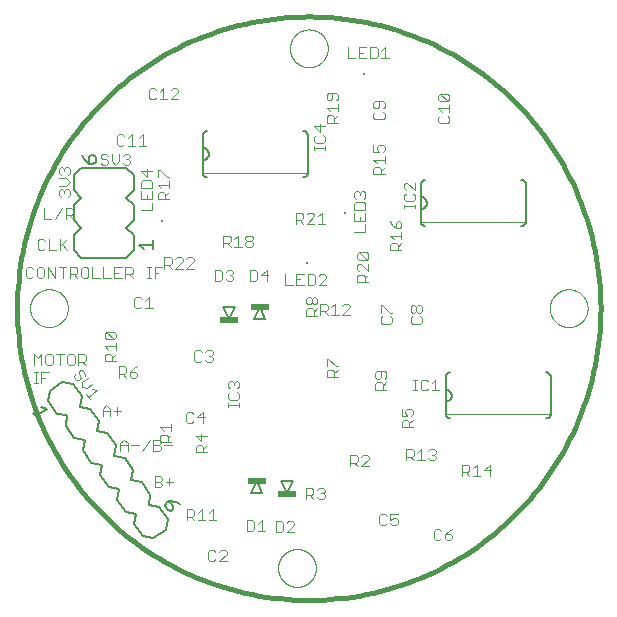
<source format=gto>
G75*
%MOIN*%
%OFA0B0*%
%FSLAX25Y25*%
%IPPOS*%
%LPD*%
%AMOC8*
5,1,8,0,0,1.08239X$1,22.5*
%
%ADD10C,0.01600*%
%ADD11C,0.00000*%
%ADD12C,0.00300*%
%ADD13C,0.00800*%
%ADD14R,0.06200X0.02400*%
%ADD15C,0.00600*%
%ADD16C,0.00200*%
%ADD17C,0.00400*%
%ADD18C,0.00500*%
%ADD19R,0.00787X0.00787*%
D10*
X0002582Y0099819D02*
X0002611Y0102205D01*
X0002699Y0104590D01*
X0002845Y0106972D01*
X0003050Y0109350D01*
X0003313Y0111722D01*
X0003634Y0114087D01*
X0004014Y0116443D01*
X0004450Y0118789D01*
X0004945Y0121124D01*
X0005496Y0123446D01*
X0006104Y0125753D01*
X0006769Y0128045D01*
X0007490Y0130320D01*
X0008266Y0132577D01*
X0009098Y0134814D01*
X0009984Y0137030D01*
X0010924Y0139223D01*
X0011918Y0141393D01*
X0012965Y0143538D01*
X0014064Y0145656D01*
X0015214Y0147747D01*
X0016416Y0149809D01*
X0017668Y0151841D01*
X0018969Y0153841D01*
X0020320Y0155809D01*
X0021718Y0157743D01*
X0023163Y0159642D01*
X0024654Y0161505D01*
X0026190Y0163332D01*
X0027771Y0165119D01*
X0029395Y0166868D01*
X0031062Y0168576D01*
X0032770Y0170243D01*
X0034519Y0171867D01*
X0036306Y0173448D01*
X0038133Y0174984D01*
X0039996Y0176475D01*
X0041895Y0177920D01*
X0043829Y0179318D01*
X0045797Y0180669D01*
X0047797Y0181970D01*
X0049829Y0183222D01*
X0051891Y0184424D01*
X0053982Y0185574D01*
X0056100Y0186673D01*
X0058245Y0187720D01*
X0060415Y0188714D01*
X0062608Y0189654D01*
X0064824Y0190540D01*
X0067061Y0191372D01*
X0069318Y0192148D01*
X0071593Y0192869D01*
X0073885Y0193534D01*
X0076192Y0194142D01*
X0078514Y0194693D01*
X0080849Y0195188D01*
X0083195Y0195624D01*
X0085551Y0196004D01*
X0087916Y0196325D01*
X0090288Y0196588D01*
X0092666Y0196793D01*
X0095048Y0196939D01*
X0097433Y0197027D01*
X0099819Y0197056D01*
X0102205Y0197027D01*
X0104590Y0196939D01*
X0106972Y0196793D01*
X0109350Y0196588D01*
X0111722Y0196325D01*
X0114087Y0196004D01*
X0116443Y0195624D01*
X0118789Y0195188D01*
X0121124Y0194693D01*
X0123446Y0194142D01*
X0125753Y0193534D01*
X0128045Y0192869D01*
X0130320Y0192148D01*
X0132577Y0191372D01*
X0134814Y0190540D01*
X0137030Y0189654D01*
X0139223Y0188714D01*
X0141393Y0187720D01*
X0143538Y0186673D01*
X0145656Y0185574D01*
X0147747Y0184424D01*
X0149809Y0183222D01*
X0151841Y0181970D01*
X0153841Y0180669D01*
X0155809Y0179318D01*
X0157743Y0177920D01*
X0159642Y0176475D01*
X0161505Y0174984D01*
X0163332Y0173448D01*
X0165119Y0171867D01*
X0166868Y0170243D01*
X0168576Y0168576D01*
X0170243Y0166868D01*
X0171867Y0165119D01*
X0173448Y0163332D01*
X0174984Y0161505D01*
X0176475Y0159642D01*
X0177920Y0157743D01*
X0179318Y0155809D01*
X0180669Y0153841D01*
X0181970Y0151841D01*
X0183222Y0149809D01*
X0184424Y0147747D01*
X0185574Y0145656D01*
X0186673Y0143538D01*
X0187720Y0141393D01*
X0188714Y0139223D01*
X0189654Y0137030D01*
X0190540Y0134814D01*
X0191372Y0132577D01*
X0192148Y0130320D01*
X0192869Y0128045D01*
X0193534Y0125753D01*
X0194142Y0123446D01*
X0194693Y0121124D01*
X0195188Y0118789D01*
X0195624Y0116443D01*
X0196004Y0114087D01*
X0196325Y0111722D01*
X0196588Y0109350D01*
X0196793Y0106972D01*
X0196939Y0104590D01*
X0197027Y0102205D01*
X0197056Y0099819D01*
X0197027Y0097433D01*
X0196939Y0095048D01*
X0196793Y0092666D01*
X0196588Y0090288D01*
X0196325Y0087916D01*
X0196004Y0085551D01*
X0195624Y0083195D01*
X0195188Y0080849D01*
X0194693Y0078514D01*
X0194142Y0076192D01*
X0193534Y0073885D01*
X0192869Y0071593D01*
X0192148Y0069318D01*
X0191372Y0067061D01*
X0190540Y0064824D01*
X0189654Y0062608D01*
X0188714Y0060415D01*
X0187720Y0058245D01*
X0186673Y0056100D01*
X0185574Y0053982D01*
X0184424Y0051891D01*
X0183222Y0049829D01*
X0181970Y0047797D01*
X0180669Y0045797D01*
X0179318Y0043829D01*
X0177920Y0041895D01*
X0176475Y0039996D01*
X0174984Y0038133D01*
X0173448Y0036306D01*
X0171867Y0034519D01*
X0170243Y0032770D01*
X0168576Y0031062D01*
X0166868Y0029395D01*
X0165119Y0027771D01*
X0163332Y0026190D01*
X0161505Y0024654D01*
X0159642Y0023163D01*
X0157743Y0021718D01*
X0155809Y0020320D01*
X0153841Y0018969D01*
X0151841Y0017668D01*
X0149809Y0016416D01*
X0147747Y0015214D01*
X0145656Y0014064D01*
X0143538Y0012965D01*
X0141393Y0011918D01*
X0139223Y0010924D01*
X0137030Y0009984D01*
X0134814Y0009098D01*
X0132577Y0008266D01*
X0130320Y0007490D01*
X0128045Y0006769D01*
X0125753Y0006104D01*
X0123446Y0005496D01*
X0121124Y0004945D01*
X0118789Y0004450D01*
X0116443Y0004014D01*
X0114087Y0003634D01*
X0111722Y0003313D01*
X0109350Y0003050D01*
X0106972Y0002845D01*
X0104590Y0002699D01*
X0102205Y0002611D01*
X0099819Y0002582D01*
X0097433Y0002611D01*
X0095048Y0002699D01*
X0092666Y0002845D01*
X0090288Y0003050D01*
X0087916Y0003313D01*
X0085551Y0003634D01*
X0083195Y0004014D01*
X0080849Y0004450D01*
X0078514Y0004945D01*
X0076192Y0005496D01*
X0073885Y0006104D01*
X0071593Y0006769D01*
X0069318Y0007490D01*
X0067061Y0008266D01*
X0064824Y0009098D01*
X0062608Y0009984D01*
X0060415Y0010924D01*
X0058245Y0011918D01*
X0056100Y0012965D01*
X0053982Y0014064D01*
X0051891Y0015214D01*
X0049829Y0016416D01*
X0047797Y0017668D01*
X0045797Y0018969D01*
X0043829Y0020320D01*
X0041895Y0021718D01*
X0039996Y0023163D01*
X0038133Y0024654D01*
X0036306Y0026190D01*
X0034519Y0027771D01*
X0032770Y0029395D01*
X0031062Y0031062D01*
X0029395Y0032770D01*
X0027771Y0034519D01*
X0026190Y0036306D01*
X0024654Y0038133D01*
X0023163Y0039996D01*
X0021718Y0041895D01*
X0020320Y0043829D01*
X0018969Y0045797D01*
X0017668Y0047797D01*
X0016416Y0049829D01*
X0015214Y0051891D01*
X0014064Y0053982D01*
X0012965Y0056100D01*
X0011918Y0058245D01*
X0010924Y0060415D01*
X0009984Y0062608D01*
X0009098Y0064824D01*
X0008266Y0067061D01*
X0007490Y0069318D01*
X0006769Y0071593D01*
X0006104Y0073885D01*
X0005496Y0076192D01*
X0004945Y0078514D01*
X0004450Y0080849D01*
X0004014Y0083195D01*
X0003634Y0085551D01*
X0003313Y0087916D01*
X0003050Y0090288D01*
X0002845Y0092666D01*
X0002699Y0095048D01*
X0002611Y0097433D01*
X0002582Y0099819D01*
D11*
X0006906Y0099819D02*
X0006908Y0099977D01*
X0006914Y0100135D01*
X0006924Y0100293D01*
X0006938Y0100451D01*
X0006956Y0100608D01*
X0006977Y0100765D01*
X0007003Y0100921D01*
X0007033Y0101077D01*
X0007066Y0101232D01*
X0007104Y0101385D01*
X0007145Y0101538D01*
X0007190Y0101690D01*
X0007239Y0101841D01*
X0007292Y0101990D01*
X0007348Y0102138D01*
X0007408Y0102284D01*
X0007472Y0102429D01*
X0007540Y0102572D01*
X0007611Y0102714D01*
X0007685Y0102854D01*
X0007763Y0102991D01*
X0007845Y0103127D01*
X0007929Y0103261D01*
X0008018Y0103392D01*
X0008109Y0103521D01*
X0008204Y0103648D01*
X0008301Y0103773D01*
X0008402Y0103895D01*
X0008506Y0104014D01*
X0008613Y0104131D01*
X0008723Y0104245D01*
X0008836Y0104356D01*
X0008951Y0104465D01*
X0009069Y0104570D01*
X0009190Y0104672D01*
X0009313Y0104772D01*
X0009439Y0104868D01*
X0009567Y0104961D01*
X0009697Y0105051D01*
X0009830Y0105137D01*
X0009965Y0105221D01*
X0010101Y0105300D01*
X0010240Y0105377D01*
X0010381Y0105449D01*
X0010523Y0105519D01*
X0010667Y0105584D01*
X0010813Y0105646D01*
X0010960Y0105704D01*
X0011109Y0105759D01*
X0011259Y0105810D01*
X0011410Y0105857D01*
X0011562Y0105900D01*
X0011715Y0105939D01*
X0011870Y0105975D01*
X0012025Y0106006D01*
X0012181Y0106034D01*
X0012337Y0106058D01*
X0012494Y0106078D01*
X0012652Y0106094D01*
X0012809Y0106106D01*
X0012968Y0106114D01*
X0013126Y0106118D01*
X0013284Y0106118D01*
X0013442Y0106114D01*
X0013601Y0106106D01*
X0013758Y0106094D01*
X0013916Y0106078D01*
X0014073Y0106058D01*
X0014229Y0106034D01*
X0014385Y0106006D01*
X0014540Y0105975D01*
X0014695Y0105939D01*
X0014848Y0105900D01*
X0015000Y0105857D01*
X0015151Y0105810D01*
X0015301Y0105759D01*
X0015450Y0105704D01*
X0015597Y0105646D01*
X0015743Y0105584D01*
X0015887Y0105519D01*
X0016029Y0105449D01*
X0016170Y0105377D01*
X0016309Y0105300D01*
X0016445Y0105221D01*
X0016580Y0105137D01*
X0016713Y0105051D01*
X0016843Y0104961D01*
X0016971Y0104868D01*
X0017097Y0104772D01*
X0017220Y0104672D01*
X0017341Y0104570D01*
X0017459Y0104465D01*
X0017574Y0104356D01*
X0017687Y0104245D01*
X0017797Y0104131D01*
X0017904Y0104014D01*
X0018008Y0103895D01*
X0018109Y0103773D01*
X0018206Y0103648D01*
X0018301Y0103521D01*
X0018392Y0103392D01*
X0018481Y0103261D01*
X0018565Y0103127D01*
X0018647Y0102991D01*
X0018725Y0102854D01*
X0018799Y0102714D01*
X0018870Y0102572D01*
X0018938Y0102429D01*
X0019002Y0102284D01*
X0019062Y0102138D01*
X0019118Y0101990D01*
X0019171Y0101841D01*
X0019220Y0101690D01*
X0019265Y0101538D01*
X0019306Y0101385D01*
X0019344Y0101232D01*
X0019377Y0101077D01*
X0019407Y0100921D01*
X0019433Y0100765D01*
X0019454Y0100608D01*
X0019472Y0100451D01*
X0019486Y0100293D01*
X0019496Y0100135D01*
X0019502Y0099977D01*
X0019504Y0099819D01*
X0019502Y0099661D01*
X0019496Y0099503D01*
X0019486Y0099345D01*
X0019472Y0099187D01*
X0019454Y0099030D01*
X0019433Y0098873D01*
X0019407Y0098717D01*
X0019377Y0098561D01*
X0019344Y0098406D01*
X0019306Y0098253D01*
X0019265Y0098100D01*
X0019220Y0097948D01*
X0019171Y0097797D01*
X0019118Y0097648D01*
X0019062Y0097500D01*
X0019002Y0097354D01*
X0018938Y0097209D01*
X0018870Y0097066D01*
X0018799Y0096924D01*
X0018725Y0096784D01*
X0018647Y0096647D01*
X0018565Y0096511D01*
X0018481Y0096377D01*
X0018392Y0096246D01*
X0018301Y0096117D01*
X0018206Y0095990D01*
X0018109Y0095865D01*
X0018008Y0095743D01*
X0017904Y0095624D01*
X0017797Y0095507D01*
X0017687Y0095393D01*
X0017574Y0095282D01*
X0017459Y0095173D01*
X0017341Y0095068D01*
X0017220Y0094966D01*
X0017097Y0094866D01*
X0016971Y0094770D01*
X0016843Y0094677D01*
X0016713Y0094587D01*
X0016580Y0094501D01*
X0016445Y0094417D01*
X0016309Y0094338D01*
X0016170Y0094261D01*
X0016029Y0094189D01*
X0015887Y0094119D01*
X0015743Y0094054D01*
X0015597Y0093992D01*
X0015450Y0093934D01*
X0015301Y0093879D01*
X0015151Y0093828D01*
X0015000Y0093781D01*
X0014848Y0093738D01*
X0014695Y0093699D01*
X0014540Y0093663D01*
X0014385Y0093632D01*
X0014229Y0093604D01*
X0014073Y0093580D01*
X0013916Y0093560D01*
X0013758Y0093544D01*
X0013601Y0093532D01*
X0013442Y0093524D01*
X0013284Y0093520D01*
X0013126Y0093520D01*
X0012968Y0093524D01*
X0012809Y0093532D01*
X0012652Y0093544D01*
X0012494Y0093560D01*
X0012337Y0093580D01*
X0012181Y0093604D01*
X0012025Y0093632D01*
X0011870Y0093663D01*
X0011715Y0093699D01*
X0011562Y0093738D01*
X0011410Y0093781D01*
X0011259Y0093828D01*
X0011109Y0093879D01*
X0010960Y0093934D01*
X0010813Y0093992D01*
X0010667Y0094054D01*
X0010523Y0094119D01*
X0010381Y0094189D01*
X0010240Y0094261D01*
X0010101Y0094338D01*
X0009965Y0094417D01*
X0009830Y0094501D01*
X0009697Y0094587D01*
X0009567Y0094677D01*
X0009439Y0094770D01*
X0009313Y0094866D01*
X0009190Y0094966D01*
X0009069Y0095068D01*
X0008951Y0095173D01*
X0008836Y0095282D01*
X0008723Y0095393D01*
X0008613Y0095507D01*
X0008506Y0095624D01*
X0008402Y0095743D01*
X0008301Y0095865D01*
X0008204Y0095990D01*
X0008109Y0096117D01*
X0008018Y0096246D01*
X0007929Y0096377D01*
X0007845Y0096511D01*
X0007763Y0096647D01*
X0007685Y0096784D01*
X0007611Y0096924D01*
X0007540Y0097066D01*
X0007472Y0097209D01*
X0007408Y0097354D01*
X0007348Y0097500D01*
X0007292Y0097648D01*
X0007239Y0097797D01*
X0007190Y0097948D01*
X0007145Y0098100D01*
X0007104Y0098253D01*
X0007066Y0098406D01*
X0007033Y0098561D01*
X0007003Y0098717D01*
X0006977Y0098873D01*
X0006956Y0099030D01*
X0006938Y0099187D01*
X0006924Y0099345D01*
X0006914Y0099503D01*
X0006908Y0099661D01*
X0006906Y0099819D01*
X0089583Y0013205D02*
X0089585Y0013363D01*
X0089591Y0013521D01*
X0089601Y0013679D01*
X0089615Y0013837D01*
X0089633Y0013994D01*
X0089654Y0014151D01*
X0089680Y0014307D01*
X0089710Y0014463D01*
X0089743Y0014618D01*
X0089781Y0014771D01*
X0089822Y0014924D01*
X0089867Y0015076D01*
X0089916Y0015227D01*
X0089969Y0015376D01*
X0090025Y0015524D01*
X0090085Y0015670D01*
X0090149Y0015815D01*
X0090217Y0015958D01*
X0090288Y0016100D01*
X0090362Y0016240D01*
X0090440Y0016377D01*
X0090522Y0016513D01*
X0090606Y0016647D01*
X0090695Y0016778D01*
X0090786Y0016907D01*
X0090881Y0017034D01*
X0090978Y0017159D01*
X0091079Y0017281D01*
X0091183Y0017400D01*
X0091290Y0017517D01*
X0091400Y0017631D01*
X0091513Y0017742D01*
X0091628Y0017851D01*
X0091746Y0017956D01*
X0091867Y0018058D01*
X0091990Y0018158D01*
X0092116Y0018254D01*
X0092244Y0018347D01*
X0092374Y0018437D01*
X0092507Y0018523D01*
X0092642Y0018607D01*
X0092778Y0018686D01*
X0092917Y0018763D01*
X0093058Y0018835D01*
X0093200Y0018905D01*
X0093344Y0018970D01*
X0093490Y0019032D01*
X0093637Y0019090D01*
X0093786Y0019145D01*
X0093936Y0019196D01*
X0094087Y0019243D01*
X0094239Y0019286D01*
X0094392Y0019325D01*
X0094547Y0019361D01*
X0094702Y0019392D01*
X0094858Y0019420D01*
X0095014Y0019444D01*
X0095171Y0019464D01*
X0095329Y0019480D01*
X0095486Y0019492D01*
X0095645Y0019500D01*
X0095803Y0019504D01*
X0095961Y0019504D01*
X0096119Y0019500D01*
X0096278Y0019492D01*
X0096435Y0019480D01*
X0096593Y0019464D01*
X0096750Y0019444D01*
X0096906Y0019420D01*
X0097062Y0019392D01*
X0097217Y0019361D01*
X0097372Y0019325D01*
X0097525Y0019286D01*
X0097677Y0019243D01*
X0097828Y0019196D01*
X0097978Y0019145D01*
X0098127Y0019090D01*
X0098274Y0019032D01*
X0098420Y0018970D01*
X0098564Y0018905D01*
X0098706Y0018835D01*
X0098847Y0018763D01*
X0098986Y0018686D01*
X0099122Y0018607D01*
X0099257Y0018523D01*
X0099390Y0018437D01*
X0099520Y0018347D01*
X0099648Y0018254D01*
X0099774Y0018158D01*
X0099897Y0018058D01*
X0100018Y0017956D01*
X0100136Y0017851D01*
X0100251Y0017742D01*
X0100364Y0017631D01*
X0100474Y0017517D01*
X0100581Y0017400D01*
X0100685Y0017281D01*
X0100786Y0017159D01*
X0100883Y0017034D01*
X0100978Y0016907D01*
X0101069Y0016778D01*
X0101158Y0016647D01*
X0101242Y0016513D01*
X0101324Y0016377D01*
X0101402Y0016240D01*
X0101476Y0016100D01*
X0101547Y0015958D01*
X0101615Y0015815D01*
X0101679Y0015670D01*
X0101739Y0015524D01*
X0101795Y0015376D01*
X0101848Y0015227D01*
X0101897Y0015076D01*
X0101942Y0014924D01*
X0101983Y0014771D01*
X0102021Y0014618D01*
X0102054Y0014463D01*
X0102084Y0014307D01*
X0102110Y0014151D01*
X0102131Y0013994D01*
X0102149Y0013837D01*
X0102163Y0013679D01*
X0102173Y0013521D01*
X0102179Y0013363D01*
X0102181Y0013205D01*
X0102179Y0013047D01*
X0102173Y0012889D01*
X0102163Y0012731D01*
X0102149Y0012573D01*
X0102131Y0012416D01*
X0102110Y0012259D01*
X0102084Y0012103D01*
X0102054Y0011947D01*
X0102021Y0011792D01*
X0101983Y0011639D01*
X0101942Y0011486D01*
X0101897Y0011334D01*
X0101848Y0011183D01*
X0101795Y0011034D01*
X0101739Y0010886D01*
X0101679Y0010740D01*
X0101615Y0010595D01*
X0101547Y0010452D01*
X0101476Y0010310D01*
X0101402Y0010170D01*
X0101324Y0010033D01*
X0101242Y0009897D01*
X0101158Y0009763D01*
X0101069Y0009632D01*
X0100978Y0009503D01*
X0100883Y0009376D01*
X0100786Y0009251D01*
X0100685Y0009129D01*
X0100581Y0009010D01*
X0100474Y0008893D01*
X0100364Y0008779D01*
X0100251Y0008668D01*
X0100136Y0008559D01*
X0100018Y0008454D01*
X0099897Y0008352D01*
X0099774Y0008252D01*
X0099648Y0008156D01*
X0099520Y0008063D01*
X0099390Y0007973D01*
X0099257Y0007887D01*
X0099122Y0007803D01*
X0098986Y0007724D01*
X0098847Y0007647D01*
X0098706Y0007575D01*
X0098564Y0007505D01*
X0098420Y0007440D01*
X0098274Y0007378D01*
X0098127Y0007320D01*
X0097978Y0007265D01*
X0097828Y0007214D01*
X0097677Y0007167D01*
X0097525Y0007124D01*
X0097372Y0007085D01*
X0097217Y0007049D01*
X0097062Y0007018D01*
X0096906Y0006990D01*
X0096750Y0006966D01*
X0096593Y0006946D01*
X0096435Y0006930D01*
X0096278Y0006918D01*
X0096119Y0006910D01*
X0095961Y0006906D01*
X0095803Y0006906D01*
X0095645Y0006910D01*
X0095486Y0006918D01*
X0095329Y0006930D01*
X0095171Y0006946D01*
X0095014Y0006966D01*
X0094858Y0006990D01*
X0094702Y0007018D01*
X0094547Y0007049D01*
X0094392Y0007085D01*
X0094239Y0007124D01*
X0094087Y0007167D01*
X0093936Y0007214D01*
X0093786Y0007265D01*
X0093637Y0007320D01*
X0093490Y0007378D01*
X0093344Y0007440D01*
X0093200Y0007505D01*
X0093058Y0007575D01*
X0092917Y0007647D01*
X0092778Y0007724D01*
X0092642Y0007803D01*
X0092507Y0007887D01*
X0092374Y0007973D01*
X0092244Y0008063D01*
X0092116Y0008156D01*
X0091990Y0008252D01*
X0091867Y0008352D01*
X0091746Y0008454D01*
X0091628Y0008559D01*
X0091513Y0008668D01*
X0091400Y0008779D01*
X0091290Y0008893D01*
X0091183Y0009010D01*
X0091079Y0009129D01*
X0090978Y0009251D01*
X0090881Y0009376D01*
X0090786Y0009503D01*
X0090695Y0009632D01*
X0090606Y0009763D01*
X0090522Y0009897D01*
X0090440Y0010033D01*
X0090362Y0010170D01*
X0090288Y0010310D01*
X0090217Y0010452D01*
X0090149Y0010595D01*
X0090085Y0010740D01*
X0090025Y0010886D01*
X0089969Y0011034D01*
X0089916Y0011183D01*
X0089867Y0011334D01*
X0089822Y0011486D01*
X0089781Y0011639D01*
X0089743Y0011792D01*
X0089710Y0011947D01*
X0089680Y0012103D01*
X0089654Y0012259D01*
X0089633Y0012416D01*
X0089615Y0012573D01*
X0089601Y0012731D01*
X0089591Y0012889D01*
X0089585Y0013047D01*
X0089583Y0013205D01*
X0180134Y0099819D02*
X0180136Y0099977D01*
X0180142Y0100135D01*
X0180152Y0100293D01*
X0180166Y0100451D01*
X0180184Y0100608D01*
X0180205Y0100765D01*
X0180231Y0100921D01*
X0180261Y0101077D01*
X0180294Y0101232D01*
X0180332Y0101385D01*
X0180373Y0101538D01*
X0180418Y0101690D01*
X0180467Y0101841D01*
X0180520Y0101990D01*
X0180576Y0102138D01*
X0180636Y0102284D01*
X0180700Y0102429D01*
X0180768Y0102572D01*
X0180839Y0102714D01*
X0180913Y0102854D01*
X0180991Y0102991D01*
X0181073Y0103127D01*
X0181157Y0103261D01*
X0181246Y0103392D01*
X0181337Y0103521D01*
X0181432Y0103648D01*
X0181529Y0103773D01*
X0181630Y0103895D01*
X0181734Y0104014D01*
X0181841Y0104131D01*
X0181951Y0104245D01*
X0182064Y0104356D01*
X0182179Y0104465D01*
X0182297Y0104570D01*
X0182418Y0104672D01*
X0182541Y0104772D01*
X0182667Y0104868D01*
X0182795Y0104961D01*
X0182925Y0105051D01*
X0183058Y0105137D01*
X0183193Y0105221D01*
X0183329Y0105300D01*
X0183468Y0105377D01*
X0183609Y0105449D01*
X0183751Y0105519D01*
X0183895Y0105584D01*
X0184041Y0105646D01*
X0184188Y0105704D01*
X0184337Y0105759D01*
X0184487Y0105810D01*
X0184638Y0105857D01*
X0184790Y0105900D01*
X0184943Y0105939D01*
X0185098Y0105975D01*
X0185253Y0106006D01*
X0185409Y0106034D01*
X0185565Y0106058D01*
X0185722Y0106078D01*
X0185880Y0106094D01*
X0186037Y0106106D01*
X0186196Y0106114D01*
X0186354Y0106118D01*
X0186512Y0106118D01*
X0186670Y0106114D01*
X0186829Y0106106D01*
X0186986Y0106094D01*
X0187144Y0106078D01*
X0187301Y0106058D01*
X0187457Y0106034D01*
X0187613Y0106006D01*
X0187768Y0105975D01*
X0187923Y0105939D01*
X0188076Y0105900D01*
X0188228Y0105857D01*
X0188379Y0105810D01*
X0188529Y0105759D01*
X0188678Y0105704D01*
X0188825Y0105646D01*
X0188971Y0105584D01*
X0189115Y0105519D01*
X0189257Y0105449D01*
X0189398Y0105377D01*
X0189537Y0105300D01*
X0189673Y0105221D01*
X0189808Y0105137D01*
X0189941Y0105051D01*
X0190071Y0104961D01*
X0190199Y0104868D01*
X0190325Y0104772D01*
X0190448Y0104672D01*
X0190569Y0104570D01*
X0190687Y0104465D01*
X0190802Y0104356D01*
X0190915Y0104245D01*
X0191025Y0104131D01*
X0191132Y0104014D01*
X0191236Y0103895D01*
X0191337Y0103773D01*
X0191434Y0103648D01*
X0191529Y0103521D01*
X0191620Y0103392D01*
X0191709Y0103261D01*
X0191793Y0103127D01*
X0191875Y0102991D01*
X0191953Y0102854D01*
X0192027Y0102714D01*
X0192098Y0102572D01*
X0192166Y0102429D01*
X0192230Y0102284D01*
X0192290Y0102138D01*
X0192346Y0101990D01*
X0192399Y0101841D01*
X0192448Y0101690D01*
X0192493Y0101538D01*
X0192534Y0101385D01*
X0192572Y0101232D01*
X0192605Y0101077D01*
X0192635Y0100921D01*
X0192661Y0100765D01*
X0192682Y0100608D01*
X0192700Y0100451D01*
X0192714Y0100293D01*
X0192724Y0100135D01*
X0192730Y0099977D01*
X0192732Y0099819D01*
X0192730Y0099661D01*
X0192724Y0099503D01*
X0192714Y0099345D01*
X0192700Y0099187D01*
X0192682Y0099030D01*
X0192661Y0098873D01*
X0192635Y0098717D01*
X0192605Y0098561D01*
X0192572Y0098406D01*
X0192534Y0098253D01*
X0192493Y0098100D01*
X0192448Y0097948D01*
X0192399Y0097797D01*
X0192346Y0097648D01*
X0192290Y0097500D01*
X0192230Y0097354D01*
X0192166Y0097209D01*
X0192098Y0097066D01*
X0192027Y0096924D01*
X0191953Y0096784D01*
X0191875Y0096647D01*
X0191793Y0096511D01*
X0191709Y0096377D01*
X0191620Y0096246D01*
X0191529Y0096117D01*
X0191434Y0095990D01*
X0191337Y0095865D01*
X0191236Y0095743D01*
X0191132Y0095624D01*
X0191025Y0095507D01*
X0190915Y0095393D01*
X0190802Y0095282D01*
X0190687Y0095173D01*
X0190569Y0095068D01*
X0190448Y0094966D01*
X0190325Y0094866D01*
X0190199Y0094770D01*
X0190071Y0094677D01*
X0189941Y0094587D01*
X0189808Y0094501D01*
X0189673Y0094417D01*
X0189537Y0094338D01*
X0189398Y0094261D01*
X0189257Y0094189D01*
X0189115Y0094119D01*
X0188971Y0094054D01*
X0188825Y0093992D01*
X0188678Y0093934D01*
X0188529Y0093879D01*
X0188379Y0093828D01*
X0188228Y0093781D01*
X0188076Y0093738D01*
X0187923Y0093699D01*
X0187768Y0093663D01*
X0187613Y0093632D01*
X0187457Y0093604D01*
X0187301Y0093580D01*
X0187144Y0093560D01*
X0186986Y0093544D01*
X0186829Y0093532D01*
X0186670Y0093524D01*
X0186512Y0093520D01*
X0186354Y0093520D01*
X0186196Y0093524D01*
X0186037Y0093532D01*
X0185880Y0093544D01*
X0185722Y0093560D01*
X0185565Y0093580D01*
X0185409Y0093604D01*
X0185253Y0093632D01*
X0185098Y0093663D01*
X0184943Y0093699D01*
X0184790Y0093738D01*
X0184638Y0093781D01*
X0184487Y0093828D01*
X0184337Y0093879D01*
X0184188Y0093934D01*
X0184041Y0093992D01*
X0183895Y0094054D01*
X0183751Y0094119D01*
X0183609Y0094189D01*
X0183468Y0094261D01*
X0183329Y0094338D01*
X0183193Y0094417D01*
X0183058Y0094501D01*
X0182925Y0094587D01*
X0182795Y0094677D01*
X0182667Y0094770D01*
X0182541Y0094866D01*
X0182418Y0094966D01*
X0182297Y0095068D01*
X0182179Y0095173D01*
X0182064Y0095282D01*
X0181951Y0095393D01*
X0181841Y0095507D01*
X0181734Y0095624D01*
X0181630Y0095743D01*
X0181529Y0095865D01*
X0181432Y0095990D01*
X0181337Y0096117D01*
X0181246Y0096246D01*
X0181157Y0096377D01*
X0181073Y0096511D01*
X0180991Y0096647D01*
X0180913Y0096784D01*
X0180839Y0096924D01*
X0180768Y0097066D01*
X0180700Y0097209D01*
X0180636Y0097354D01*
X0180576Y0097500D01*
X0180520Y0097648D01*
X0180467Y0097797D01*
X0180418Y0097948D01*
X0180373Y0098100D01*
X0180332Y0098253D01*
X0180294Y0098406D01*
X0180261Y0098561D01*
X0180231Y0098717D01*
X0180205Y0098873D01*
X0180184Y0099030D01*
X0180166Y0099187D01*
X0180152Y0099345D01*
X0180142Y0099503D01*
X0180136Y0099661D01*
X0180134Y0099819D01*
X0093520Y0186433D02*
X0093522Y0186591D01*
X0093528Y0186749D01*
X0093538Y0186907D01*
X0093552Y0187065D01*
X0093570Y0187222D01*
X0093591Y0187379D01*
X0093617Y0187535D01*
X0093647Y0187691D01*
X0093680Y0187846D01*
X0093718Y0187999D01*
X0093759Y0188152D01*
X0093804Y0188304D01*
X0093853Y0188455D01*
X0093906Y0188604D01*
X0093962Y0188752D01*
X0094022Y0188898D01*
X0094086Y0189043D01*
X0094154Y0189186D01*
X0094225Y0189328D01*
X0094299Y0189468D01*
X0094377Y0189605D01*
X0094459Y0189741D01*
X0094543Y0189875D01*
X0094632Y0190006D01*
X0094723Y0190135D01*
X0094818Y0190262D01*
X0094915Y0190387D01*
X0095016Y0190509D01*
X0095120Y0190628D01*
X0095227Y0190745D01*
X0095337Y0190859D01*
X0095450Y0190970D01*
X0095565Y0191079D01*
X0095683Y0191184D01*
X0095804Y0191286D01*
X0095927Y0191386D01*
X0096053Y0191482D01*
X0096181Y0191575D01*
X0096311Y0191665D01*
X0096444Y0191751D01*
X0096579Y0191835D01*
X0096715Y0191914D01*
X0096854Y0191991D01*
X0096995Y0192063D01*
X0097137Y0192133D01*
X0097281Y0192198D01*
X0097427Y0192260D01*
X0097574Y0192318D01*
X0097723Y0192373D01*
X0097873Y0192424D01*
X0098024Y0192471D01*
X0098176Y0192514D01*
X0098329Y0192553D01*
X0098484Y0192589D01*
X0098639Y0192620D01*
X0098795Y0192648D01*
X0098951Y0192672D01*
X0099108Y0192692D01*
X0099266Y0192708D01*
X0099423Y0192720D01*
X0099582Y0192728D01*
X0099740Y0192732D01*
X0099898Y0192732D01*
X0100056Y0192728D01*
X0100215Y0192720D01*
X0100372Y0192708D01*
X0100530Y0192692D01*
X0100687Y0192672D01*
X0100843Y0192648D01*
X0100999Y0192620D01*
X0101154Y0192589D01*
X0101309Y0192553D01*
X0101462Y0192514D01*
X0101614Y0192471D01*
X0101765Y0192424D01*
X0101915Y0192373D01*
X0102064Y0192318D01*
X0102211Y0192260D01*
X0102357Y0192198D01*
X0102501Y0192133D01*
X0102643Y0192063D01*
X0102784Y0191991D01*
X0102923Y0191914D01*
X0103059Y0191835D01*
X0103194Y0191751D01*
X0103327Y0191665D01*
X0103457Y0191575D01*
X0103585Y0191482D01*
X0103711Y0191386D01*
X0103834Y0191286D01*
X0103955Y0191184D01*
X0104073Y0191079D01*
X0104188Y0190970D01*
X0104301Y0190859D01*
X0104411Y0190745D01*
X0104518Y0190628D01*
X0104622Y0190509D01*
X0104723Y0190387D01*
X0104820Y0190262D01*
X0104915Y0190135D01*
X0105006Y0190006D01*
X0105095Y0189875D01*
X0105179Y0189741D01*
X0105261Y0189605D01*
X0105339Y0189468D01*
X0105413Y0189328D01*
X0105484Y0189186D01*
X0105552Y0189043D01*
X0105616Y0188898D01*
X0105676Y0188752D01*
X0105732Y0188604D01*
X0105785Y0188455D01*
X0105834Y0188304D01*
X0105879Y0188152D01*
X0105920Y0187999D01*
X0105958Y0187846D01*
X0105991Y0187691D01*
X0106021Y0187535D01*
X0106047Y0187379D01*
X0106068Y0187222D01*
X0106086Y0187065D01*
X0106100Y0186907D01*
X0106110Y0186749D01*
X0106116Y0186591D01*
X0106118Y0186433D01*
X0106116Y0186275D01*
X0106110Y0186117D01*
X0106100Y0185959D01*
X0106086Y0185801D01*
X0106068Y0185644D01*
X0106047Y0185487D01*
X0106021Y0185331D01*
X0105991Y0185175D01*
X0105958Y0185020D01*
X0105920Y0184867D01*
X0105879Y0184714D01*
X0105834Y0184562D01*
X0105785Y0184411D01*
X0105732Y0184262D01*
X0105676Y0184114D01*
X0105616Y0183968D01*
X0105552Y0183823D01*
X0105484Y0183680D01*
X0105413Y0183538D01*
X0105339Y0183398D01*
X0105261Y0183261D01*
X0105179Y0183125D01*
X0105095Y0182991D01*
X0105006Y0182860D01*
X0104915Y0182731D01*
X0104820Y0182604D01*
X0104723Y0182479D01*
X0104622Y0182357D01*
X0104518Y0182238D01*
X0104411Y0182121D01*
X0104301Y0182007D01*
X0104188Y0181896D01*
X0104073Y0181787D01*
X0103955Y0181682D01*
X0103834Y0181580D01*
X0103711Y0181480D01*
X0103585Y0181384D01*
X0103457Y0181291D01*
X0103327Y0181201D01*
X0103194Y0181115D01*
X0103059Y0181031D01*
X0102923Y0180952D01*
X0102784Y0180875D01*
X0102643Y0180803D01*
X0102501Y0180733D01*
X0102357Y0180668D01*
X0102211Y0180606D01*
X0102064Y0180548D01*
X0101915Y0180493D01*
X0101765Y0180442D01*
X0101614Y0180395D01*
X0101462Y0180352D01*
X0101309Y0180313D01*
X0101154Y0180277D01*
X0100999Y0180246D01*
X0100843Y0180218D01*
X0100687Y0180194D01*
X0100530Y0180174D01*
X0100372Y0180158D01*
X0100215Y0180146D01*
X0100056Y0180138D01*
X0099898Y0180134D01*
X0099740Y0180134D01*
X0099582Y0180138D01*
X0099423Y0180146D01*
X0099266Y0180158D01*
X0099108Y0180174D01*
X0098951Y0180194D01*
X0098795Y0180218D01*
X0098639Y0180246D01*
X0098484Y0180277D01*
X0098329Y0180313D01*
X0098176Y0180352D01*
X0098024Y0180395D01*
X0097873Y0180442D01*
X0097723Y0180493D01*
X0097574Y0180548D01*
X0097427Y0180606D01*
X0097281Y0180668D01*
X0097137Y0180733D01*
X0096995Y0180803D01*
X0096854Y0180875D01*
X0096715Y0180952D01*
X0096579Y0181031D01*
X0096444Y0181115D01*
X0096311Y0181201D01*
X0096181Y0181291D01*
X0096053Y0181384D01*
X0095927Y0181480D01*
X0095804Y0181580D01*
X0095683Y0181682D01*
X0095565Y0181787D01*
X0095450Y0181896D01*
X0095337Y0182007D01*
X0095227Y0182121D01*
X0095120Y0182238D01*
X0095016Y0182357D01*
X0094915Y0182479D01*
X0094818Y0182604D01*
X0094723Y0182731D01*
X0094632Y0182860D01*
X0094543Y0182991D01*
X0094459Y0183125D01*
X0094377Y0183261D01*
X0094299Y0183398D01*
X0094225Y0183538D01*
X0094154Y0183680D01*
X0094086Y0183823D01*
X0094022Y0183968D01*
X0093962Y0184114D01*
X0093906Y0184262D01*
X0093853Y0184411D01*
X0093804Y0184562D01*
X0093759Y0184714D01*
X0093718Y0184867D01*
X0093680Y0185020D01*
X0093647Y0185175D01*
X0093617Y0185331D01*
X0093591Y0185487D01*
X0093570Y0185644D01*
X0093552Y0185801D01*
X0093538Y0185959D01*
X0093528Y0186117D01*
X0093522Y0186275D01*
X0093520Y0186433D01*
D12*
X0106370Y0171530D02*
X0105753Y0170913D01*
X0105753Y0169679D01*
X0106370Y0169061D01*
X0106988Y0169061D01*
X0107605Y0169679D01*
X0107605Y0171530D01*
X0108839Y0171530D02*
X0106370Y0171530D01*
X0108839Y0171530D02*
X0109456Y0170913D01*
X0109456Y0169679D01*
X0108839Y0169061D01*
X0109456Y0167847D02*
X0109456Y0165378D01*
X0109456Y0164164D02*
X0108222Y0162929D01*
X0108222Y0163547D02*
X0108222Y0161695D01*
X0109456Y0161695D02*
X0105753Y0161695D01*
X0105753Y0163547D01*
X0106370Y0164164D01*
X0107605Y0164164D01*
X0108222Y0163547D01*
X0106988Y0165378D02*
X0105753Y0166613D01*
X0109456Y0166613D01*
X0121352Y0167025D02*
X0121969Y0166408D01*
X0122586Y0166408D01*
X0123203Y0167025D01*
X0123203Y0168877D01*
X0121969Y0168877D02*
X0121352Y0168260D01*
X0121352Y0167025D01*
X0121969Y0165194D02*
X0121352Y0164576D01*
X0121352Y0163342D01*
X0121969Y0162725D01*
X0124438Y0162725D01*
X0125055Y0163342D01*
X0125055Y0164576D01*
X0124438Y0165194D01*
X0124438Y0166408D02*
X0125055Y0167025D01*
X0125055Y0168260D01*
X0124438Y0168877D01*
X0121969Y0168877D01*
X0122100Y0183119D02*
X0120249Y0183119D01*
X0120249Y0186822D01*
X0122100Y0186822D01*
X0122717Y0186204D01*
X0122717Y0183736D01*
X0122100Y0183119D01*
X0123932Y0183119D02*
X0126400Y0183119D01*
X0125166Y0183119D02*
X0125166Y0186822D01*
X0123932Y0185587D01*
X0119034Y0186822D02*
X0116565Y0186822D01*
X0116565Y0183119D01*
X0119034Y0183119D01*
X0117800Y0184970D02*
X0116565Y0184970D01*
X0115351Y0183119D02*
X0112882Y0183119D01*
X0112882Y0186822D01*
X0143005Y0170683D02*
X0143005Y0169448D01*
X0143622Y0168831D01*
X0146091Y0168831D01*
X0143622Y0171300D01*
X0146091Y0171300D01*
X0146708Y0170683D01*
X0146708Y0169448D01*
X0146091Y0168831D01*
X0146708Y0167617D02*
X0146708Y0165148D01*
X0146708Y0166382D02*
X0143005Y0166382D01*
X0144239Y0165148D01*
X0143622Y0163934D02*
X0143005Y0163317D01*
X0143005Y0162082D01*
X0143622Y0161465D01*
X0146091Y0161465D01*
X0146708Y0162082D01*
X0146708Y0163317D01*
X0146091Y0163934D01*
X0143005Y0170683D02*
X0143622Y0171300D01*
X0125055Y0153616D02*
X0125055Y0152382D01*
X0124438Y0151764D01*
X0123203Y0151764D02*
X0122586Y0152999D01*
X0122586Y0153616D01*
X0123203Y0154233D01*
X0124438Y0154233D01*
X0125055Y0153616D01*
X0123203Y0151764D02*
X0121352Y0151764D01*
X0121352Y0154233D01*
X0125055Y0150550D02*
X0125055Y0148081D01*
X0125055Y0146867D02*
X0123820Y0145632D01*
X0123820Y0146250D02*
X0123820Y0144398D01*
X0125055Y0144398D02*
X0121352Y0144398D01*
X0121352Y0146250D01*
X0121969Y0146867D01*
X0123203Y0146867D01*
X0123820Y0146250D01*
X0122586Y0148081D02*
X0121352Y0149316D01*
X0125055Y0149316D01*
X0118067Y0138802D02*
X0117450Y0138802D01*
X0116833Y0138185D01*
X0116833Y0137568D01*
X0116833Y0138185D02*
X0116216Y0138802D01*
X0115599Y0138802D01*
X0114981Y0138185D01*
X0114981Y0136950D01*
X0115599Y0136333D01*
X0115599Y0135119D02*
X0114981Y0134502D01*
X0114981Y0132650D01*
X0118685Y0132650D01*
X0118685Y0134502D01*
X0118067Y0135119D01*
X0115599Y0135119D01*
X0118067Y0136333D02*
X0118685Y0136950D01*
X0118685Y0138185D01*
X0118067Y0138802D01*
X0118685Y0131436D02*
X0118685Y0128967D01*
X0114981Y0128967D01*
X0114981Y0131436D01*
X0116833Y0130201D02*
X0116833Y0128967D01*
X0118685Y0127753D02*
X0118685Y0125284D01*
X0114981Y0125284D01*
X0116607Y0118381D02*
X0119075Y0115912D01*
X0119693Y0116529D01*
X0119693Y0117763D01*
X0119075Y0118381D01*
X0116607Y0118381D01*
X0115989Y0117763D01*
X0115989Y0116529D01*
X0116607Y0115912D01*
X0119075Y0115912D01*
X0119693Y0114697D02*
X0119693Y0112229D01*
X0117224Y0114697D01*
X0116607Y0114697D01*
X0115989Y0114080D01*
X0115989Y0112846D01*
X0116607Y0112229D01*
X0116607Y0111014D02*
X0117841Y0111014D01*
X0118458Y0110397D01*
X0118458Y0108545D01*
X0119693Y0108545D02*
X0115989Y0108545D01*
X0115989Y0110397D01*
X0116607Y0111014D01*
X0118458Y0109780D02*
X0119693Y0111014D01*
X0126942Y0119057D02*
X0126942Y0120909D01*
X0127559Y0121526D01*
X0128794Y0121526D01*
X0129411Y0120909D01*
X0129411Y0119057D01*
X0130645Y0119057D02*
X0126942Y0119057D01*
X0129411Y0120292D02*
X0130645Y0121526D01*
X0130645Y0122740D02*
X0130645Y0125209D01*
X0130645Y0123975D02*
X0126942Y0123975D01*
X0128177Y0122740D01*
X0128794Y0126424D02*
X0127559Y0127658D01*
X0126942Y0128892D01*
X0128794Y0128275D02*
X0128794Y0126424D01*
X0130028Y0126424D01*
X0130645Y0127041D01*
X0130645Y0128275D01*
X0130028Y0128892D01*
X0129411Y0128892D01*
X0128794Y0128275D01*
X0105335Y0128000D02*
X0102867Y0128000D01*
X0101652Y0128000D02*
X0099184Y0128000D01*
X0101652Y0130469D01*
X0101652Y0131086D01*
X0101035Y0131704D01*
X0099801Y0131704D01*
X0099184Y0131086D01*
X0097969Y0131086D02*
X0097969Y0129852D01*
X0097352Y0129235D01*
X0095500Y0129235D01*
X0095500Y0128000D02*
X0095500Y0131704D01*
X0097352Y0131704D01*
X0097969Y0131086D01*
X0096735Y0129235D02*
X0097969Y0128000D01*
X0102867Y0130469D02*
X0104101Y0131704D01*
X0104101Y0128000D01*
X0103683Y0111231D02*
X0103066Y0110614D01*
X0103683Y0111231D02*
X0104917Y0111231D01*
X0105534Y0110614D01*
X0105534Y0109997D01*
X0103066Y0107528D01*
X0105534Y0107528D01*
X0101851Y0108145D02*
X0101851Y0110614D01*
X0101234Y0111231D01*
X0099382Y0111231D01*
X0099382Y0107528D01*
X0101234Y0107528D01*
X0101851Y0108145D01*
X0098168Y0107528D02*
X0095699Y0107528D01*
X0095699Y0111231D01*
X0098168Y0111231D01*
X0096934Y0109380D02*
X0095699Y0109380D01*
X0094485Y0107528D02*
X0092016Y0107528D01*
X0092016Y0111231D01*
X0086337Y0110761D02*
X0083869Y0110761D01*
X0085720Y0112613D01*
X0085720Y0108910D01*
X0082654Y0109527D02*
X0082654Y0111996D01*
X0082037Y0112613D01*
X0080185Y0112613D01*
X0080185Y0108910D01*
X0082037Y0108910D01*
X0082654Y0109527D01*
X0074648Y0109574D02*
X0074031Y0108957D01*
X0072797Y0108957D01*
X0072179Y0109574D01*
X0070965Y0109574D02*
X0070965Y0112043D01*
X0070348Y0112660D01*
X0068496Y0112660D01*
X0068496Y0108957D01*
X0070348Y0108957D01*
X0070965Y0109574D01*
X0073414Y0110809D02*
X0074031Y0110809D01*
X0074648Y0110191D01*
X0074648Y0109574D01*
X0074031Y0110809D02*
X0074648Y0111426D01*
X0074648Y0112043D01*
X0074031Y0112660D01*
X0072797Y0112660D01*
X0072179Y0112043D01*
X0071341Y0120300D02*
X0071341Y0124003D01*
X0073192Y0124003D01*
X0073809Y0123386D01*
X0073809Y0122151D01*
X0073192Y0121534D01*
X0071341Y0121534D01*
X0072575Y0121534D02*
X0073809Y0120300D01*
X0075024Y0120300D02*
X0077493Y0120300D01*
X0076258Y0120300D02*
X0076258Y0124003D01*
X0075024Y0122768D01*
X0078707Y0122768D02*
X0078707Y0123386D01*
X0079324Y0124003D01*
X0080559Y0124003D01*
X0081176Y0123386D01*
X0081176Y0122768D01*
X0080559Y0122151D01*
X0079324Y0122151D01*
X0078707Y0122768D01*
X0079324Y0122151D02*
X0078707Y0121534D01*
X0078707Y0120917D01*
X0079324Y0120300D01*
X0080559Y0120300D01*
X0081176Y0120917D01*
X0081176Y0121534D01*
X0080559Y0122151D01*
X0061438Y0116126D02*
X0061438Y0115509D01*
X0058969Y0113040D01*
X0061438Y0113040D01*
X0061438Y0116126D02*
X0060821Y0116743D01*
X0059586Y0116743D01*
X0058969Y0116126D01*
X0057755Y0116126D02*
X0057755Y0115509D01*
X0055286Y0113040D01*
X0057755Y0113040D01*
X0054072Y0113040D02*
X0052837Y0114274D01*
X0053454Y0114274D02*
X0051603Y0114274D01*
X0050920Y0113515D02*
X0048451Y0113515D01*
X0048451Y0109811D01*
X0047230Y0109811D02*
X0045995Y0109811D01*
X0046612Y0109811D02*
X0046612Y0113515D01*
X0045995Y0113515D02*
X0047230Y0113515D01*
X0048451Y0111663D02*
X0049685Y0111663D01*
X0051603Y0113040D02*
X0051603Y0116743D01*
X0053454Y0116743D01*
X0054072Y0116126D01*
X0054072Y0114891D01*
X0053454Y0114274D01*
X0055286Y0116126D02*
X0055903Y0116743D01*
X0057137Y0116743D01*
X0057755Y0116126D01*
X0046575Y0103562D02*
X0045341Y0102327D01*
X0044127Y0102945D02*
X0043509Y0103562D01*
X0042275Y0103562D01*
X0041658Y0102945D01*
X0041658Y0100476D01*
X0042275Y0099859D01*
X0043509Y0099859D01*
X0044127Y0100476D01*
X0045341Y0099859D02*
X0047810Y0099859D01*
X0046575Y0099859D02*
X0046575Y0103562D01*
X0041098Y0109811D02*
X0039863Y0111046D01*
X0040481Y0111046D02*
X0038629Y0111046D01*
X0038629Y0109811D02*
X0038629Y0113515D01*
X0040481Y0113515D01*
X0041098Y0112897D01*
X0041098Y0111663D01*
X0040481Y0111046D01*
X0037415Y0109811D02*
X0034946Y0109811D01*
X0034946Y0113515D01*
X0037415Y0113515D01*
X0036180Y0111663D02*
X0034946Y0111663D01*
X0033731Y0109811D02*
X0031263Y0109811D01*
X0031263Y0113515D01*
X0030048Y0109811D02*
X0027580Y0109811D01*
X0027580Y0113515D01*
X0026365Y0112897D02*
X0025748Y0113515D01*
X0024514Y0113515D01*
X0023896Y0112897D01*
X0023896Y0110429D01*
X0024514Y0109811D01*
X0025748Y0109811D01*
X0026365Y0110429D01*
X0026365Y0112897D01*
X0022682Y0112897D02*
X0022682Y0111663D01*
X0022065Y0111046D01*
X0020213Y0111046D01*
X0020213Y0109811D02*
X0020213Y0113515D01*
X0022065Y0113515D01*
X0022682Y0112897D01*
X0021448Y0111046D02*
X0022682Y0109811D01*
X0018999Y0113515D02*
X0016530Y0113515D01*
X0015316Y0113515D02*
X0015316Y0109811D01*
X0012847Y0113515D01*
X0012847Y0109811D01*
X0011633Y0110429D02*
X0011633Y0112897D01*
X0011015Y0113515D01*
X0009781Y0113515D01*
X0009164Y0112897D01*
X0009164Y0110429D01*
X0009781Y0109811D01*
X0011015Y0109811D01*
X0011633Y0110429D01*
X0007949Y0110429D02*
X0007332Y0109811D01*
X0006098Y0109811D01*
X0005481Y0110429D01*
X0005481Y0112897D01*
X0006098Y0113515D01*
X0007332Y0113515D01*
X0007949Y0112897D01*
X0010035Y0119260D02*
X0011269Y0119260D01*
X0011886Y0119877D01*
X0013101Y0119260D02*
X0015570Y0119260D01*
X0016784Y0119260D02*
X0016784Y0122963D01*
X0017401Y0121112D02*
X0019253Y0119260D01*
X0016784Y0120495D02*
X0019253Y0122963D01*
X0013101Y0122963D02*
X0013101Y0119260D01*
X0010035Y0119260D02*
X0009418Y0119877D01*
X0009418Y0122346D01*
X0010035Y0122963D01*
X0011269Y0122963D01*
X0011886Y0122346D01*
X0011386Y0129496D02*
X0013855Y0129496D01*
X0015069Y0129496D02*
X0017538Y0133200D01*
X0018753Y0133200D02*
X0020604Y0133200D01*
X0021221Y0132582D01*
X0021221Y0131348D01*
X0020604Y0130731D01*
X0018753Y0130731D01*
X0019987Y0130731D02*
X0021221Y0129496D01*
X0018753Y0129496D02*
X0018753Y0133200D01*
X0019524Y0136977D02*
X0020141Y0137594D01*
X0020141Y0138828D01*
X0019524Y0139446D01*
X0018907Y0139446D01*
X0018290Y0138828D01*
X0018290Y0138211D01*
X0018290Y0138828D02*
X0017673Y0139446D01*
X0017055Y0139446D01*
X0016438Y0138828D01*
X0016438Y0137594D01*
X0017055Y0136977D01*
X0016438Y0140660D02*
X0018907Y0140660D01*
X0020141Y0141894D01*
X0018907Y0143129D01*
X0016438Y0143129D01*
X0017055Y0144343D02*
X0016438Y0144960D01*
X0016438Y0146195D01*
X0017055Y0146812D01*
X0017673Y0146812D01*
X0018290Y0146195D01*
X0018907Y0146812D01*
X0019524Y0146812D01*
X0020141Y0146195D01*
X0020141Y0144960D01*
X0019524Y0144343D01*
X0018290Y0145577D02*
X0018290Y0146195D01*
X0011386Y0133200D02*
X0011386Y0129496D01*
X0017765Y0113515D02*
X0017765Y0109811D01*
X0032347Y0091977D02*
X0034815Y0089508D01*
X0035433Y0090126D01*
X0035433Y0091360D01*
X0034815Y0091977D01*
X0032347Y0091977D01*
X0031730Y0091360D01*
X0031730Y0090126D01*
X0032347Y0089508D01*
X0034815Y0089508D01*
X0035433Y0088294D02*
X0035433Y0085825D01*
X0035433Y0084611D02*
X0034198Y0083377D01*
X0034198Y0083994D02*
X0034198Y0082142D01*
X0035433Y0082142D02*
X0031730Y0082142D01*
X0031730Y0083994D01*
X0032347Y0084611D01*
X0033581Y0084611D01*
X0034198Y0083994D01*
X0032964Y0085825D02*
X0031730Y0087060D01*
X0035433Y0087060D01*
X0036504Y0080389D02*
X0038356Y0080389D01*
X0038973Y0079771D01*
X0038973Y0078537D01*
X0038356Y0077920D01*
X0036504Y0077920D01*
X0037739Y0077920D02*
X0038973Y0076685D01*
X0040187Y0077303D02*
X0040187Y0078537D01*
X0042039Y0078537D01*
X0042656Y0077920D01*
X0042656Y0077303D01*
X0042039Y0076685D01*
X0040805Y0076685D01*
X0040187Y0077303D01*
X0040187Y0078537D02*
X0041422Y0079771D01*
X0042656Y0080389D01*
X0036504Y0080389D02*
X0036504Y0076685D01*
X0035989Y0066834D02*
X0035989Y0064366D01*
X0034754Y0065600D02*
X0037223Y0065600D01*
X0033540Y0065600D02*
X0031071Y0065600D01*
X0031071Y0066217D02*
X0031071Y0063748D01*
X0033540Y0063748D02*
X0033540Y0066217D01*
X0032306Y0067452D01*
X0031071Y0066217D01*
X0038211Y0056034D02*
X0039446Y0054800D01*
X0039446Y0052331D01*
X0039446Y0054183D02*
X0036977Y0054183D01*
X0036977Y0054800D02*
X0038211Y0056034D01*
X0036977Y0054800D02*
X0036977Y0052331D01*
X0040660Y0054183D02*
X0043129Y0054183D01*
X0044343Y0052331D02*
X0046812Y0056034D01*
X0048026Y0056034D02*
X0049878Y0056034D01*
X0050495Y0055417D01*
X0050495Y0054800D01*
X0049878Y0054183D01*
X0048026Y0054183D01*
X0048026Y0056034D02*
X0048026Y0052331D01*
X0049878Y0052331D01*
X0050495Y0052948D01*
X0050495Y0053565D01*
X0049878Y0054183D01*
X0050304Y0055213D02*
X0050304Y0057064D01*
X0050922Y0057682D01*
X0052156Y0057682D01*
X0052773Y0057064D01*
X0052773Y0055213D01*
X0052773Y0056447D02*
X0054007Y0057682D01*
X0054007Y0058896D02*
X0054007Y0061365D01*
X0054007Y0060130D02*
X0050304Y0060130D01*
X0051539Y0058896D01*
X0050304Y0055213D02*
X0054007Y0055213D01*
X0054178Y0054183D02*
X0051709Y0054183D01*
X0059519Y0061607D02*
X0058902Y0062224D01*
X0058902Y0064693D01*
X0059519Y0065310D01*
X0060753Y0065310D01*
X0061371Y0064693D01*
X0062585Y0063458D02*
X0065054Y0063458D01*
X0064437Y0061607D02*
X0064437Y0065310D01*
X0062585Y0063458D01*
X0061371Y0062224D02*
X0060753Y0061607D01*
X0059519Y0061607D01*
X0062115Y0057307D02*
X0063967Y0055455D01*
X0063967Y0057924D01*
X0065819Y0057307D02*
X0062115Y0057307D01*
X0062733Y0054241D02*
X0063967Y0054241D01*
X0064584Y0053623D01*
X0064584Y0051772D01*
X0064584Y0053006D02*
X0065819Y0054241D01*
X0062733Y0054241D02*
X0062115Y0053623D01*
X0062115Y0051772D01*
X0065819Y0051772D01*
X0054546Y0041978D02*
X0052077Y0041978D01*
X0050863Y0042595D02*
X0050246Y0041978D01*
X0048394Y0041978D01*
X0048394Y0043830D02*
X0050246Y0043830D01*
X0050863Y0043212D01*
X0050863Y0042595D01*
X0050246Y0041978D02*
X0050863Y0041361D01*
X0050863Y0040744D01*
X0050246Y0040126D01*
X0048394Y0040126D01*
X0048394Y0043830D01*
X0053312Y0043212D02*
X0053312Y0040744D01*
X0059174Y0032830D02*
X0061025Y0032830D01*
X0061642Y0032212D01*
X0061642Y0030978D01*
X0061025Y0030361D01*
X0059174Y0030361D01*
X0060408Y0030361D02*
X0061642Y0029126D01*
X0062857Y0029126D02*
X0065326Y0029126D01*
X0066540Y0029126D02*
X0069009Y0029126D01*
X0067774Y0029126D02*
X0067774Y0032830D01*
X0066540Y0031595D01*
X0064091Y0032830D02*
X0064091Y0029126D01*
X0062857Y0031595D02*
X0064091Y0032830D01*
X0059174Y0032830D02*
X0059174Y0029126D01*
X0066850Y0019160D02*
X0066233Y0018543D01*
X0066233Y0016074D01*
X0066850Y0015457D01*
X0068084Y0015457D01*
X0068701Y0016074D01*
X0069916Y0015457D02*
X0072384Y0017926D01*
X0072384Y0018543D01*
X0071767Y0019160D01*
X0070533Y0019160D01*
X0069916Y0018543D01*
X0068701Y0018543D02*
X0068084Y0019160D01*
X0066850Y0019160D01*
X0069916Y0015457D02*
X0072384Y0015457D01*
X0079158Y0025437D02*
X0081009Y0025437D01*
X0081627Y0026055D01*
X0081627Y0028523D01*
X0081009Y0029141D01*
X0079158Y0029141D01*
X0079158Y0025437D01*
X0082841Y0025437D02*
X0085310Y0025437D01*
X0084075Y0025437D02*
X0084075Y0029141D01*
X0082841Y0027906D01*
X0088733Y0028865D02*
X0088733Y0025162D01*
X0090584Y0025162D01*
X0091201Y0025779D01*
X0091201Y0028248D01*
X0090584Y0028865D01*
X0088733Y0028865D01*
X0092416Y0028248D02*
X0093033Y0028865D01*
X0094267Y0028865D01*
X0094884Y0028248D01*
X0094884Y0027631D01*
X0092416Y0025162D01*
X0094884Y0025162D01*
X0098906Y0036237D02*
X0098906Y0039940D01*
X0100757Y0039940D01*
X0101375Y0039323D01*
X0101375Y0038088D01*
X0100757Y0037471D01*
X0098906Y0037471D01*
X0100140Y0037471D02*
X0101375Y0036237D01*
X0102589Y0036854D02*
X0103206Y0036237D01*
X0104440Y0036237D01*
X0105058Y0036854D01*
X0105058Y0037471D01*
X0104440Y0038088D01*
X0103823Y0038088D01*
X0104440Y0038088D02*
X0105058Y0038705D01*
X0105058Y0039323D01*
X0104440Y0039940D01*
X0103206Y0039940D01*
X0102589Y0039323D01*
X0113693Y0047071D02*
X0113693Y0050774D01*
X0115545Y0050774D01*
X0116162Y0050157D01*
X0116162Y0048923D01*
X0115545Y0048306D01*
X0113693Y0048306D01*
X0114928Y0048306D02*
X0116162Y0047071D01*
X0117376Y0047071D02*
X0119845Y0049540D01*
X0119845Y0050157D01*
X0119228Y0050774D01*
X0117993Y0050774D01*
X0117376Y0050157D01*
X0117376Y0047071D02*
X0119845Y0047071D01*
X0132246Y0049111D02*
X0132246Y0052814D01*
X0134098Y0052814D01*
X0134715Y0052197D01*
X0134715Y0050962D01*
X0134098Y0050345D01*
X0132246Y0050345D01*
X0133481Y0050345D02*
X0134715Y0049111D01*
X0135929Y0049111D02*
X0138398Y0049111D01*
X0137164Y0049111D02*
X0137164Y0052814D01*
X0135929Y0051579D01*
X0139613Y0052197D02*
X0140230Y0052814D01*
X0141464Y0052814D01*
X0142081Y0052197D01*
X0142081Y0051579D01*
X0141464Y0050962D01*
X0142081Y0050345D01*
X0142081Y0049728D01*
X0141464Y0049111D01*
X0140230Y0049111D01*
X0139613Y0049728D01*
X0140847Y0050962D02*
X0141464Y0050962D01*
X0150868Y0047696D02*
X0150868Y0043993D01*
X0150868Y0045227D02*
X0152720Y0045227D01*
X0153337Y0045844D01*
X0153337Y0047078D01*
X0152720Y0047696D01*
X0150868Y0047696D01*
X0152103Y0045227D02*
X0153337Y0043993D01*
X0154551Y0043993D02*
X0157020Y0043993D01*
X0155786Y0043993D02*
X0155786Y0047696D01*
X0154551Y0046461D01*
X0158235Y0045844D02*
X0160703Y0045844D01*
X0160086Y0043993D02*
X0160086Y0047696D01*
X0158235Y0045844D01*
X0147652Y0026239D02*
X0146418Y0025622D01*
X0145183Y0024387D01*
X0147035Y0024387D01*
X0147652Y0023770D01*
X0147652Y0023153D01*
X0147035Y0022536D01*
X0145801Y0022536D01*
X0145183Y0023153D01*
X0145183Y0024387D01*
X0143969Y0023153D02*
X0143352Y0022536D01*
X0142117Y0022536D01*
X0141500Y0023153D01*
X0141500Y0025622D01*
X0142117Y0026239D01*
X0143352Y0026239D01*
X0143969Y0025622D01*
X0129424Y0028074D02*
X0128807Y0027457D01*
X0127572Y0027457D01*
X0126955Y0028074D01*
X0125741Y0028074D02*
X0125123Y0027457D01*
X0123889Y0027457D01*
X0123272Y0028074D01*
X0123272Y0030543D01*
X0123889Y0031160D01*
X0125123Y0031160D01*
X0125741Y0030543D01*
X0126955Y0031160D02*
X0126955Y0029309D01*
X0128189Y0029926D01*
X0128807Y0029926D01*
X0129424Y0029309D01*
X0129424Y0028074D01*
X0129424Y0031160D02*
X0126955Y0031160D01*
X0130808Y0060162D02*
X0130808Y0062013D01*
X0131425Y0062631D01*
X0132660Y0062631D01*
X0133277Y0062013D01*
X0133277Y0060162D01*
X0133277Y0061396D02*
X0134511Y0062631D01*
X0133894Y0063845D02*
X0134511Y0064462D01*
X0134511Y0065697D01*
X0133894Y0066314D01*
X0132660Y0066314D01*
X0132043Y0065697D01*
X0132043Y0065079D01*
X0132660Y0063845D01*
X0130808Y0063845D01*
X0130808Y0066314D01*
X0130808Y0060162D02*
X0134511Y0060162D01*
X0125677Y0072638D02*
X0121974Y0072638D01*
X0121974Y0074490D01*
X0122591Y0075107D01*
X0123825Y0075107D01*
X0124442Y0074490D01*
X0124442Y0072638D01*
X0124442Y0073872D02*
X0125677Y0075107D01*
X0125060Y0076321D02*
X0125677Y0076938D01*
X0125677Y0078173D01*
X0125060Y0078790D01*
X0122591Y0078790D01*
X0121974Y0078173D01*
X0121974Y0076938D01*
X0122591Y0076321D01*
X0123208Y0076321D01*
X0123825Y0076938D01*
X0123825Y0078790D01*
X0109456Y0079343D02*
X0108222Y0078109D01*
X0108222Y0078726D02*
X0108222Y0076874D01*
X0109456Y0076874D02*
X0105753Y0076874D01*
X0105753Y0078726D01*
X0106370Y0079343D01*
X0107605Y0079343D01*
X0108222Y0078726D01*
X0108839Y0080557D02*
X0109456Y0080557D01*
X0108839Y0080557D02*
X0106370Y0083026D01*
X0105753Y0083026D01*
X0105753Y0080557D01*
X0106069Y0097599D02*
X0104835Y0098833D01*
X0105452Y0098833D02*
X0103601Y0098833D01*
X0103601Y0097599D02*
X0103601Y0101302D01*
X0105452Y0101302D01*
X0106069Y0100685D01*
X0106069Y0099450D01*
X0105452Y0098833D01*
X0107284Y0097599D02*
X0109752Y0097599D01*
X0110967Y0097599D02*
X0113436Y0100068D01*
X0113436Y0100685D01*
X0112818Y0101302D01*
X0111584Y0101302D01*
X0110967Y0100685D01*
X0108518Y0101302D02*
X0108518Y0097599D01*
X0110967Y0097599D02*
X0113436Y0097599D01*
X0108518Y0101302D02*
X0107284Y0100068D01*
X0102637Y0099831D02*
X0101403Y0098597D01*
X0101403Y0099214D02*
X0101403Y0097362D01*
X0102637Y0097362D02*
X0098934Y0097362D01*
X0098934Y0099214D01*
X0099551Y0099831D01*
X0100786Y0099831D01*
X0101403Y0099214D01*
X0101403Y0101046D02*
X0100786Y0101663D01*
X0100786Y0102897D01*
X0101403Y0103514D01*
X0102020Y0103514D01*
X0102637Y0102897D01*
X0102637Y0101663D01*
X0102020Y0101046D01*
X0101403Y0101046D01*
X0100786Y0101663D02*
X0100169Y0101046D01*
X0099551Y0101046D01*
X0098934Y0101663D01*
X0098934Y0102897D01*
X0099551Y0103514D01*
X0100169Y0103514D01*
X0100786Y0102897D01*
X0123714Y0100766D02*
X0123714Y0098298D01*
X0124331Y0097083D02*
X0123714Y0096466D01*
X0123714Y0095232D01*
X0124331Y0094615D01*
X0126800Y0094615D01*
X0127417Y0095232D01*
X0127417Y0096466D01*
X0126800Y0097083D01*
X0126800Y0098298D02*
X0127417Y0098298D01*
X0126800Y0098298D02*
X0124331Y0100766D01*
X0123714Y0100766D01*
X0133753Y0100189D02*
X0133753Y0098954D01*
X0134370Y0098337D01*
X0134988Y0098337D01*
X0135605Y0098954D01*
X0135605Y0100189D01*
X0136222Y0100806D01*
X0136839Y0100806D01*
X0137456Y0100189D01*
X0137456Y0098954D01*
X0136839Y0098337D01*
X0136222Y0098337D01*
X0135605Y0098954D01*
X0135605Y0100189D02*
X0134988Y0100806D01*
X0134370Y0100806D01*
X0133753Y0100189D01*
X0134370Y0097123D02*
X0133753Y0096506D01*
X0133753Y0095271D01*
X0134370Y0094654D01*
X0136839Y0094654D01*
X0137456Y0095271D01*
X0137456Y0096506D01*
X0136839Y0097123D01*
X0076649Y0074900D02*
X0076649Y0073666D01*
X0076032Y0073048D01*
X0076032Y0071834D02*
X0076649Y0071217D01*
X0076649Y0069982D01*
X0076032Y0069365D01*
X0073563Y0069365D01*
X0072946Y0069982D01*
X0072946Y0071217D01*
X0073563Y0071834D01*
X0073563Y0073048D02*
X0072946Y0073666D01*
X0072946Y0074900D01*
X0073563Y0075517D01*
X0074180Y0075517D01*
X0074798Y0074900D01*
X0075415Y0075517D01*
X0076032Y0075517D01*
X0076649Y0074900D01*
X0074798Y0074900D02*
X0074798Y0074283D01*
X0076649Y0068144D02*
X0076649Y0066910D01*
X0076649Y0067527D02*
X0072946Y0067527D01*
X0072946Y0066910D02*
X0072946Y0068144D01*
X0067192Y0082040D02*
X0065958Y0082040D01*
X0065341Y0082657D01*
X0064127Y0082657D02*
X0063509Y0082040D01*
X0062275Y0082040D01*
X0061658Y0082657D01*
X0061658Y0085126D01*
X0062275Y0085743D01*
X0063509Y0085743D01*
X0064127Y0085126D01*
X0065341Y0085126D02*
X0065958Y0085743D01*
X0067192Y0085743D01*
X0067810Y0085126D01*
X0067810Y0084509D01*
X0067192Y0083891D01*
X0067810Y0083274D01*
X0067810Y0082657D01*
X0067192Y0082040D01*
X0067192Y0083891D02*
X0066575Y0083891D01*
X0025438Y0083858D02*
X0025438Y0082624D01*
X0024821Y0082006D01*
X0022969Y0082006D01*
X0022969Y0080772D02*
X0022969Y0084475D01*
X0024821Y0084475D01*
X0025438Y0083858D01*
X0024204Y0082006D02*
X0025438Y0080772D01*
X0021755Y0081389D02*
X0021755Y0083858D01*
X0021138Y0084475D01*
X0019903Y0084475D01*
X0019286Y0083858D01*
X0019286Y0081389D01*
X0019903Y0080772D01*
X0021138Y0080772D01*
X0021755Y0081389D01*
X0018072Y0084475D02*
X0015603Y0084475D01*
X0016837Y0084475D02*
X0016837Y0080772D01*
X0014389Y0081389D02*
X0014389Y0083858D01*
X0013771Y0084475D01*
X0012537Y0084475D01*
X0011920Y0083858D01*
X0011920Y0081389D01*
X0012537Y0080772D01*
X0013771Y0080772D01*
X0014389Y0081389D01*
X0013161Y0078475D02*
X0010692Y0078475D01*
X0010692Y0074772D01*
X0009471Y0074772D02*
X0008237Y0074772D01*
X0008854Y0074772D02*
X0008854Y0078475D01*
X0008237Y0078475D02*
X0009471Y0078475D01*
X0010692Y0076624D02*
X0011926Y0076624D01*
X0010705Y0080772D02*
X0010705Y0084475D01*
X0009471Y0083241D01*
X0008237Y0084475D01*
X0008237Y0080772D01*
X0043918Y0132567D02*
X0047622Y0132567D01*
X0047622Y0135036D01*
X0047622Y0136250D02*
X0047622Y0138719D01*
X0047622Y0139934D02*
X0047622Y0141785D01*
X0047004Y0142402D01*
X0044536Y0142402D01*
X0043918Y0141785D01*
X0043918Y0139934D01*
X0047622Y0139934D01*
X0049430Y0140969D02*
X0053133Y0140969D01*
X0053133Y0139735D02*
X0053133Y0142203D01*
X0053133Y0143418D02*
X0052516Y0143418D01*
X0050048Y0145887D01*
X0049430Y0145887D01*
X0049430Y0143418D01*
X0049430Y0140969D02*
X0050665Y0139735D01*
X0051282Y0138520D02*
X0051899Y0137903D01*
X0051899Y0136052D01*
X0051899Y0137286D02*
X0053133Y0138520D01*
X0051282Y0138520D02*
X0050048Y0138520D01*
X0049430Y0137903D01*
X0049430Y0136052D01*
X0053133Y0136052D01*
X0047622Y0136250D02*
X0043918Y0136250D01*
X0043918Y0138719D01*
X0045770Y0137485D02*
X0045770Y0136250D01*
X0045770Y0143617D02*
X0045770Y0146086D01*
X0043918Y0145468D02*
X0045770Y0143617D01*
X0047622Y0145468D02*
X0043918Y0145468D01*
X0044410Y0154032D02*
X0044410Y0157735D01*
X0043176Y0156501D01*
X0043176Y0154032D02*
X0045644Y0154032D01*
X0041961Y0154032D02*
X0039492Y0154032D01*
X0040727Y0154032D02*
X0040727Y0157735D01*
X0039492Y0156501D01*
X0038278Y0157118D02*
X0037661Y0157735D01*
X0036426Y0157735D01*
X0035809Y0157118D01*
X0035809Y0154649D01*
X0036426Y0154032D01*
X0037661Y0154032D01*
X0038278Y0154649D01*
X0047056Y0169386D02*
X0048291Y0169386D01*
X0048908Y0170003D01*
X0050122Y0169386D02*
X0052591Y0169386D01*
X0053805Y0169386D02*
X0056274Y0171855D01*
X0056274Y0172472D01*
X0055657Y0173089D01*
X0054423Y0173089D01*
X0053805Y0172472D01*
X0051357Y0173089D02*
X0051357Y0169386D01*
X0053805Y0169386D02*
X0056274Y0169386D01*
X0051357Y0173089D02*
X0050122Y0171855D01*
X0048908Y0172472D02*
X0048291Y0173089D01*
X0047056Y0173089D01*
X0046439Y0172472D01*
X0046439Y0170003D01*
X0047056Y0169386D01*
D13*
X0071244Y0100110D02*
X0075181Y0100110D01*
X0073213Y0096173D01*
X0071244Y0100110D01*
X0081425Y0096173D02*
X0085362Y0096173D01*
X0083394Y0100110D01*
X0081425Y0096173D01*
X0082386Y0042079D02*
X0080417Y0038142D01*
X0084354Y0038142D01*
X0082386Y0042079D01*
X0090598Y0042079D02*
X0094535Y0042079D01*
X0092567Y0038142D01*
X0090598Y0042079D01*
D14*
X0092567Y0037910D03*
X0082386Y0042310D03*
X0073213Y0095942D03*
X0083394Y0100342D03*
D15*
X0035940Y0036034D02*
X0038808Y0031939D01*
X0042290Y0031325D01*
X0041676Y0027843D01*
X0044544Y0023747D01*
X0048026Y0023133D01*
X0052121Y0026001D01*
X0052735Y0029483D01*
X0049867Y0033579D01*
X0046386Y0034193D01*
X0046999Y0037674D01*
X0044132Y0041770D01*
X0040650Y0042384D01*
X0041264Y0045866D01*
X0038396Y0049962D01*
X0034914Y0050576D01*
X0035528Y0054057D01*
X0032660Y0058153D01*
X0029178Y0058767D01*
X0029792Y0062249D01*
X0026924Y0066345D01*
X0023442Y0066959D01*
X0024056Y0070441D01*
X0021189Y0074536D01*
X0017707Y0075150D01*
X0013611Y0072282D01*
X0012997Y0068801D01*
X0015865Y0064705D01*
X0019347Y0064091D01*
X0018733Y0060609D01*
X0021601Y0056513D01*
X0025082Y0055899D01*
X0024469Y0052417D01*
X0027336Y0048322D01*
X0030818Y0047708D01*
X0030204Y0044226D01*
X0033072Y0040130D01*
X0036554Y0039516D01*
X0035940Y0036034D01*
X0038965Y0116630D02*
X0023965Y0116630D01*
X0021465Y0119130D01*
X0021465Y0124130D01*
X0023965Y0126630D01*
X0021465Y0129130D01*
X0021465Y0134130D01*
X0023965Y0136630D01*
X0021465Y0139130D01*
X0021465Y0144130D01*
X0023965Y0146630D01*
X0038965Y0146630D01*
X0041465Y0144130D01*
X0041465Y0139130D01*
X0038965Y0136630D01*
X0041465Y0134130D01*
X0041465Y0129130D01*
X0038965Y0126630D01*
X0041465Y0124130D01*
X0041465Y0119130D01*
X0038965Y0116630D01*
X0064484Y0145044D02*
X0064484Y0149244D01*
X0064484Y0153244D01*
X0064484Y0157444D01*
X0064486Y0157520D01*
X0064492Y0157596D01*
X0064501Y0157671D01*
X0064515Y0157746D01*
X0064532Y0157820D01*
X0064553Y0157893D01*
X0064577Y0157965D01*
X0064606Y0158036D01*
X0064637Y0158105D01*
X0064672Y0158172D01*
X0064711Y0158237D01*
X0064753Y0158301D01*
X0064798Y0158362D01*
X0064846Y0158421D01*
X0064897Y0158477D01*
X0064951Y0158531D01*
X0065007Y0158582D01*
X0065066Y0158630D01*
X0065127Y0158675D01*
X0065191Y0158717D01*
X0065256Y0158756D01*
X0065323Y0158791D01*
X0065392Y0158822D01*
X0065463Y0158851D01*
X0065535Y0158875D01*
X0065608Y0158896D01*
X0065682Y0158913D01*
X0065757Y0158927D01*
X0065832Y0158936D01*
X0065908Y0158942D01*
X0065984Y0158944D01*
X0064484Y0153244D02*
X0064572Y0153242D01*
X0064661Y0153236D01*
X0064749Y0153226D01*
X0064836Y0153213D01*
X0064923Y0153195D01*
X0065009Y0153174D01*
X0065094Y0153149D01*
X0065177Y0153120D01*
X0065260Y0153087D01*
X0065340Y0153051D01*
X0065419Y0153012D01*
X0065497Y0152969D01*
X0065572Y0152922D01*
X0065645Y0152872D01*
X0065716Y0152819D01*
X0065785Y0152763D01*
X0065851Y0152704D01*
X0065914Y0152642D01*
X0065974Y0152578D01*
X0066032Y0152511D01*
X0066086Y0152441D01*
X0066138Y0152369D01*
X0066186Y0152295D01*
X0066231Y0152218D01*
X0066272Y0152140D01*
X0066310Y0152060D01*
X0066344Y0151979D01*
X0066375Y0151896D01*
X0066402Y0151811D01*
X0066425Y0151726D01*
X0066444Y0151640D01*
X0066460Y0151552D01*
X0066472Y0151465D01*
X0066480Y0151377D01*
X0066484Y0151288D01*
X0066484Y0151200D01*
X0066480Y0151111D01*
X0066472Y0151023D01*
X0066460Y0150936D01*
X0066444Y0150848D01*
X0066425Y0150762D01*
X0066402Y0150677D01*
X0066375Y0150592D01*
X0066344Y0150509D01*
X0066310Y0150428D01*
X0066272Y0150348D01*
X0066231Y0150270D01*
X0066186Y0150193D01*
X0066138Y0150119D01*
X0066086Y0150047D01*
X0066032Y0149977D01*
X0065974Y0149910D01*
X0065914Y0149846D01*
X0065851Y0149784D01*
X0065785Y0149725D01*
X0065716Y0149669D01*
X0065645Y0149616D01*
X0065572Y0149566D01*
X0065497Y0149519D01*
X0065419Y0149476D01*
X0065340Y0149437D01*
X0065260Y0149401D01*
X0065177Y0149368D01*
X0065094Y0149339D01*
X0065009Y0149314D01*
X0064923Y0149293D01*
X0064836Y0149275D01*
X0064749Y0149262D01*
X0064661Y0149252D01*
X0064572Y0149246D01*
X0064484Y0149244D01*
X0064484Y0145044D02*
X0064486Y0144968D01*
X0064492Y0144892D01*
X0064501Y0144817D01*
X0064515Y0144742D01*
X0064532Y0144668D01*
X0064553Y0144595D01*
X0064577Y0144523D01*
X0064606Y0144452D01*
X0064637Y0144383D01*
X0064672Y0144316D01*
X0064711Y0144251D01*
X0064753Y0144187D01*
X0064798Y0144126D01*
X0064846Y0144067D01*
X0064897Y0144011D01*
X0064951Y0143957D01*
X0065007Y0143906D01*
X0065066Y0143858D01*
X0065127Y0143813D01*
X0065191Y0143771D01*
X0065256Y0143732D01*
X0065323Y0143697D01*
X0065392Y0143666D01*
X0065463Y0143637D01*
X0065535Y0143613D01*
X0065608Y0143592D01*
X0065682Y0143575D01*
X0065757Y0143561D01*
X0065832Y0143552D01*
X0065908Y0143546D01*
X0065984Y0143544D01*
X0097984Y0143544D02*
X0098060Y0143546D01*
X0098136Y0143552D01*
X0098211Y0143561D01*
X0098286Y0143575D01*
X0098360Y0143592D01*
X0098433Y0143613D01*
X0098505Y0143637D01*
X0098576Y0143666D01*
X0098645Y0143697D01*
X0098712Y0143732D01*
X0098777Y0143771D01*
X0098841Y0143813D01*
X0098902Y0143858D01*
X0098961Y0143906D01*
X0099017Y0143957D01*
X0099071Y0144011D01*
X0099122Y0144067D01*
X0099170Y0144126D01*
X0099215Y0144187D01*
X0099257Y0144251D01*
X0099296Y0144316D01*
X0099331Y0144383D01*
X0099362Y0144452D01*
X0099391Y0144523D01*
X0099415Y0144595D01*
X0099436Y0144668D01*
X0099453Y0144742D01*
X0099467Y0144817D01*
X0099476Y0144892D01*
X0099482Y0144968D01*
X0099484Y0145044D01*
X0099484Y0157444D01*
X0099482Y0157520D01*
X0099476Y0157596D01*
X0099467Y0157671D01*
X0099453Y0157746D01*
X0099436Y0157820D01*
X0099415Y0157893D01*
X0099391Y0157965D01*
X0099362Y0158036D01*
X0099331Y0158105D01*
X0099296Y0158172D01*
X0099257Y0158237D01*
X0099215Y0158301D01*
X0099170Y0158362D01*
X0099122Y0158421D01*
X0099071Y0158477D01*
X0099017Y0158531D01*
X0098961Y0158582D01*
X0098902Y0158630D01*
X0098841Y0158675D01*
X0098777Y0158717D01*
X0098712Y0158756D01*
X0098645Y0158791D01*
X0098576Y0158822D01*
X0098505Y0158851D01*
X0098433Y0158875D01*
X0098360Y0158896D01*
X0098286Y0158913D01*
X0098211Y0158927D01*
X0098136Y0158936D01*
X0098060Y0158942D01*
X0097984Y0158944D01*
X0137161Y0141145D02*
X0137161Y0136945D01*
X0137161Y0132945D01*
X0137161Y0128745D01*
X0137163Y0128669D01*
X0137169Y0128593D01*
X0137178Y0128518D01*
X0137192Y0128443D01*
X0137209Y0128369D01*
X0137230Y0128296D01*
X0137254Y0128224D01*
X0137283Y0128153D01*
X0137314Y0128084D01*
X0137349Y0128017D01*
X0137388Y0127952D01*
X0137430Y0127888D01*
X0137475Y0127827D01*
X0137523Y0127768D01*
X0137574Y0127712D01*
X0137628Y0127658D01*
X0137684Y0127607D01*
X0137743Y0127559D01*
X0137804Y0127514D01*
X0137868Y0127472D01*
X0137933Y0127433D01*
X0138000Y0127398D01*
X0138069Y0127367D01*
X0138140Y0127338D01*
X0138212Y0127314D01*
X0138285Y0127293D01*
X0138359Y0127276D01*
X0138434Y0127262D01*
X0138509Y0127253D01*
X0138585Y0127247D01*
X0138661Y0127245D01*
X0137161Y0132945D02*
X0137249Y0132947D01*
X0137338Y0132953D01*
X0137426Y0132963D01*
X0137513Y0132976D01*
X0137600Y0132994D01*
X0137686Y0133015D01*
X0137771Y0133040D01*
X0137854Y0133069D01*
X0137937Y0133102D01*
X0138017Y0133138D01*
X0138096Y0133177D01*
X0138174Y0133220D01*
X0138249Y0133267D01*
X0138322Y0133317D01*
X0138393Y0133370D01*
X0138462Y0133426D01*
X0138528Y0133485D01*
X0138591Y0133547D01*
X0138651Y0133611D01*
X0138709Y0133678D01*
X0138763Y0133748D01*
X0138815Y0133820D01*
X0138863Y0133894D01*
X0138908Y0133971D01*
X0138949Y0134049D01*
X0138987Y0134129D01*
X0139021Y0134210D01*
X0139052Y0134293D01*
X0139079Y0134378D01*
X0139102Y0134463D01*
X0139121Y0134549D01*
X0139137Y0134637D01*
X0139149Y0134724D01*
X0139157Y0134812D01*
X0139161Y0134901D01*
X0139161Y0134989D01*
X0139157Y0135078D01*
X0139149Y0135166D01*
X0139137Y0135253D01*
X0139121Y0135341D01*
X0139102Y0135427D01*
X0139079Y0135512D01*
X0139052Y0135597D01*
X0139021Y0135680D01*
X0138987Y0135761D01*
X0138949Y0135841D01*
X0138908Y0135919D01*
X0138863Y0135996D01*
X0138815Y0136070D01*
X0138763Y0136142D01*
X0138709Y0136212D01*
X0138651Y0136279D01*
X0138591Y0136343D01*
X0138528Y0136405D01*
X0138462Y0136464D01*
X0138393Y0136520D01*
X0138322Y0136573D01*
X0138249Y0136623D01*
X0138174Y0136670D01*
X0138096Y0136713D01*
X0138017Y0136752D01*
X0137937Y0136788D01*
X0137854Y0136821D01*
X0137771Y0136850D01*
X0137686Y0136875D01*
X0137600Y0136896D01*
X0137513Y0136914D01*
X0137426Y0136927D01*
X0137338Y0136937D01*
X0137249Y0136943D01*
X0137161Y0136945D01*
X0137161Y0141145D02*
X0137163Y0141221D01*
X0137169Y0141297D01*
X0137178Y0141372D01*
X0137192Y0141447D01*
X0137209Y0141521D01*
X0137230Y0141594D01*
X0137254Y0141666D01*
X0137283Y0141737D01*
X0137314Y0141806D01*
X0137349Y0141873D01*
X0137388Y0141938D01*
X0137430Y0142002D01*
X0137475Y0142063D01*
X0137523Y0142122D01*
X0137574Y0142178D01*
X0137628Y0142232D01*
X0137684Y0142283D01*
X0137743Y0142331D01*
X0137804Y0142376D01*
X0137868Y0142418D01*
X0137933Y0142457D01*
X0138000Y0142492D01*
X0138069Y0142523D01*
X0138140Y0142552D01*
X0138212Y0142576D01*
X0138285Y0142597D01*
X0138359Y0142614D01*
X0138434Y0142628D01*
X0138509Y0142637D01*
X0138585Y0142643D01*
X0138661Y0142645D01*
X0170661Y0142645D02*
X0170737Y0142643D01*
X0170813Y0142637D01*
X0170888Y0142628D01*
X0170963Y0142614D01*
X0171037Y0142597D01*
X0171110Y0142576D01*
X0171182Y0142552D01*
X0171253Y0142523D01*
X0171322Y0142492D01*
X0171389Y0142457D01*
X0171454Y0142418D01*
X0171518Y0142376D01*
X0171579Y0142331D01*
X0171638Y0142283D01*
X0171694Y0142232D01*
X0171748Y0142178D01*
X0171799Y0142122D01*
X0171847Y0142063D01*
X0171892Y0142002D01*
X0171934Y0141938D01*
X0171973Y0141873D01*
X0172008Y0141806D01*
X0172039Y0141737D01*
X0172068Y0141666D01*
X0172092Y0141594D01*
X0172113Y0141521D01*
X0172130Y0141447D01*
X0172144Y0141372D01*
X0172153Y0141297D01*
X0172159Y0141221D01*
X0172161Y0141145D01*
X0172161Y0128745D01*
X0172159Y0128669D01*
X0172153Y0128593D01*
X0172144Y0128518D01*
X0172130Y0128443D01*
X0172113Y0128369D01*
X0172092Y0128296D01*
X0172068Y0128224D01*
X0172039Y0128153D01*
X0172008Y0128084D01*
X0171973Y0128017D01*
X0171934Y0127952D01*
X0171892Y0127888D01*
X0171847Y0127827D01*
X0171799Y0127768D01*
X0171748Y0127712D01*
X0171694Y0127658D01*
X0171638Y0127607D01*
X0171579Y0127559D01*
X0171518Y0127514D01*
X0171454Y0127472D01*
X0171389Y0127433D01*
X0171322Y0127398D01*
X0171253Y0127367D01*
X0171182Y0127338D01*
X0171110Y0127314D01*
X0171037Y0127293D01*
X0170963Y0127276D01*
X0170888Y0127262D01*
X0170813Y0127253D01*
X0170737Y0127247D01*
X0170661Y0127245D01*
X0178929Y0078472D02*
X0179005Y0078470D01*
X0179081Y0078464D01*
X0179156Y0078455D01*
X0179231Y0078441D01*
X0179305Y0078424D01*
X0179378Y0078403D01*
X0179450Y0078379D01*
X0179521Y0078350D01*
X0179590Y0078319D01*
X0179657Y0078284D01*
X0179722Y0078245D01*
X0179786Y0078203D01*
X0179847Y0078158D01*
X0179906Y0078110D01*
X0179962Y0078059D01*
X0180016Y0078005D01*
X0180067Y0077949D01*
X0180115Y0077890D01*
X0180160Y0077829D01*
X0180202Y0077765D01*
X0180241Y0077700D01*
X0180276Y0077633D01*
X0180307Y0077564D01*
X0180336Y0077493D01*
X0180360Y0077421D01*
X0180381Y0077348D01*
X0180398Y0077274D01*
X0180412Y0077199D01*
X0180421Y0077124D01*
X0180427Y0077048D01*
X0180429Y0076972D01*
X0180429Y0064572D01*
X0180427Y0064496D01*
X0180421Y0064420D01*
X0180412Y0064345D01*
X0180398Y0064270D01*
X0180381Y0064196D01*
X0180360Y0064123D01*
X0180336Y0064051D01*
X0180307Y0063980D01*
X0180276Y0063911D01*
X0180241Y0063844D01*
X0180202Y0063779D01*
X0180160Y0063715D01*
X0180115Y0063654D01*
X0180067Y0063595D01*
X0180016Y0063539D01*
X0179962Y0063485D01*
X0179906Y0063434D01*
X0179847Y0063386D01*
X0179786Y0063341D01*
X0179722Y0063299D01*
X0179657Y0063260D01*
X0179590Y0063225D01*
X0179521Y0063194D01*
X0179450Y0063165D01*
X0179378Y0063141D01*
X0179305Y0063120D01*
X0179231Y0063103D01*
X0179156Y0063089D01*
X0179081Y0063080D01*
X0179005Y0063074D01*
X0178929Y0063072D01*
X0146929Y0063072D02*
X0146853Y0063074D01*
X0146777Y0063080D01*
X0146702Y0063089D01*
X0146627Y0063103D01*
X0146553Y0063120D01*
X0146480Y0063141D01*
X0146408Y0063165D01*
X0146337Y0063194D01*
X0146268Y0063225D01*
X0146201Y0063260D01*
X0146136Y0063299D01*
X0146072Y0063341D01*
X0146011Y0063386D01*
X0145952Y0063434D01*
X0145896Y0063485D01*
X0145842Y0063539D01*
X0145791Y0063595D01*
X0145743Y0063654D01*
X0145698Y0063715D01*
X0145656Y0063779D01*
X0145617Y0063844D01*
X0145582Y0063911D01*
X0145551Y0063980D01*
X0145522Y0064051D01*
X0145498Y0064123D01*
X0145477Y0064196D01*
X0145460Y0064270D01*
X0145446Y0064345D01*
X0145437Y0064420D01*
X0145431Y0064496D01*
X0145429Y0064572D01*
X0145429Y0068772D01*
X0145429Y0072772D01*
X0145429Y0076972D01*
X0145431Y0077048D01*
X0145437Y0077124D01*
X0145446Y0077199D01*
X0145460Y0077274D01*
X0145477Y0077348D01*
X0145498Y0077421D01*
X0145522Y0077493D01*
X0145551Y0077564D01*
X0145582Y0077633D01*
X0145617Y0077700D01*
X0145656Y0077765D01*
X0145698Y0077829D01*
X0145743Y0077890D01*
X0145791Y0077949D01*
X0145842Y0078005D01*
X0145896Y0078059D01*
X0145952Y0078110D01*
X0146011Y0078158D01*
X0146072Y0078203D01*
X0146136Y0078245D01*
X0146201Y0078284D01*
X0146268Y0078319D01*
X0146337Y0078350D01*
X0146408Y0078379D01*
X0146480Y0078403D01*
X0146553Y0078424D01*
X0146627Y0078441D01*
X0146702Y0078455D01*
X0146777Y0078464D01*
X0146853Y0078470D01*
X0146929Y0078472D01*
X0145429Y0072772D02*
X0145517Y0072770D01*
X0145606Y0072764D01*
X0145694Y0072754D01*
X0145781Y0072741D01*
X0145868Y0072723D01*
X0145954Y0072702D01*
X0146039Y0072677D01*
X0146122Y0072648D01*
X0146205Y0072615D01*
X0146285Y0072579D01*
X0146364Y0072540D01*
X0146442Y0072497D01*
X0146517Y0072450D01*
X0146590Y0072400D01*
X0146661Y0072347D01*
X0146730Y0072291D01*
X0146796Y0072232D01*
X0146859Y0072170D01*
X0146919Y0072106D01*
X0146977Y0072039D01*
X0147031Y0071969D01*
X0147083Y0071897D01*
X0147131Y0071823D01*
X0147176Y0071746D01*
X0147217Y0071668D01*
X0147255Y0071588D01*
X0147289Y0071507D01*
X0147320Y0071424D01*
X0147347Y0071339D01*
X0147370Y0071254D01*
X0147389Y0071168D01*
X0147405Y0071080D01*
X0147417Y0070993D01*
X0147425Y0070905D01*
X0147429Y0070816D01*
X0147429Y0070728D01*
X0147425Y0070639D01*
X0147417Y0070551D01*
X0147405Y0070464D01*
X0147389Y0070376D01*
X0147370Y0070290D01*
X0147347Y0070205D01*
X0147320Y0070120D01*
X0147289Y0070037D01*
X0147255Y0069956D01*
X0147217Y0069876D01*
X0147176Y0069798D01*
X0147131Y0069721D01*
X0147083Y0069647D01*
X0147031Y0069575D01*
X0146977Y0069505D01*
X0146919Y0069438D01*
X0146859Y0069374D01*
X0146796Y0069312D01*
X0146730Y0069253D01*
X0146661Y0069197D01*
X0146590Y0069144D01*
X0146517Y0069094D01*
X0146442Y0069047D01*
X0146364Y0069004D01*
X0146285Y0068965D01*
X0146205Y0068929D01*
X0146122Y0068896D01*
X0146039Y0068867D01*
X0145954Y0068842D01*
X0145868Y0068821D01*
X0145781Y0068803D01*
X0145694Y0068790D01*
X0145606Y0068780D01*
X0145517Y0068774D01*
X0145429Y0068772D01*
D16*
X0145429Y0064472D02*
X0180429Y0064472D01*
X0172161Y0128645D02*
X0137161Y0128645D01*
X0099484Y0144944D02*
X0064484Y0144944D01*
D17*
X0040194Y0148261D02*
X0039594Y0147661D01*
X0038393Y0147661D01*
X0037792Y0148261D01*
X0036511Y0148862D02*
X0036511Y0151264D01*
X0037792Y0150663D02*
X0038393Y0151264D01*
X0039594Y0151264D01*
X0040194Y0150663D01*
X0040194Y0150063D01*
X0039594Y0149462D01*
X0040194Y0148862D01*
X0040194Y0148261D01*
X0039594Y0149462D02*
X0038993Y0149462D01*
X0036511Y0148862D02*
X0035310Y0147661D01*
X0034109Y0148862D01*
X0034109Y0151264D01*
X0032828Y0150663D02*
X0032228Y0151264D01*
X0031027Y0151264D01*
X0030426Y0150663D01*
X0030426Y0150063D01*
X0031027Y0149462D01*
X0032228Y0149462D01*
X0032828Y0148862D01*
X0032828Y0148261D01*
X0032228Y0147661D01*
X0031027Y0147661D01*
X0030426Y0148261D01*
X0023721Y0079118D02*
X0023230Y0078773D01*
X0023082Y0077937D01*
X0023771Y0076953D01*
X0023623Y0076117D01*
X0023132Y0075772D01*
X0022295Y0075920D01*
X0021606Y0076904D01*
X0021754Y0077740D01*
X0023721Y0079118D02*
X0024558Y0078970D01*
X0025247Y0077986D01*
X0025099Y0077150D01*
X0026326Y0076445D02*
X0024358Y0075067D01*
X0024063Y0073395D01*
X0025736Y0073100D01*
X0027704Y0074477D01*
X0027455Y0072739D02*
X0029127Y0072444D01*
X0026176Y0070377D01*
X0026865Y0069394D02*
X0025487Y0071361D01*
X0101697Y0152554D02*
X0101697Y0153755D01*
X0101697Y0153155D02*
X0105300Y0153155D01*
X0105300Y0153755D02*
X0105300Y0152554D01*
X0104699Y0155010D02*
X0102297Y0155010D01*
X0101697Y0155610D01*
X0101697Y0156811D01*
X0102297Y0157412D01*
X0103498Y0158693D02*
X0103498Y0161095D01*
X0101697Y0160494D02*
X0103498Y0158693D01*
X0104699Y0157412D02*
X0105300Y0156811D01*
X0105300Y0155610D01*
X0104699Y0155010D01*
X0105300Y0160494D02*
X0101697Y0160494D01*
X0131465Y0141097D02*
X0131465Y0139896D01*
X0132065Y0139295D01*
X0132065Y0138014D02*
X0131465Y0137414D01*
X0131465Y0136213D01*
X0132065Y0135612D01*
X0134467Y0135612D01*
X0135068Y0136213D01*
X0135068Y0137414D01*
X0134467Y0138014D01*
X0135068Y0139295D02*
X0132666Y0141697D01*
X0132065Y0141697D01*
X0131465Y0141097D01*
X0135068Y0141697D02*
X0135068Y0139295D01*
X0135068Y0134358D02*
X0135068Y0133157D01*
X0135068Y0133757D02*
X0131465Y0133757D01*
X0131465Y0133157D02*
X0131465Y0134358D01*
X0134618Y0076016D02*
X0135819Y0076016D01*
X0135219Y0076016D02*
X0135219Y0072413D01*
X0135819Y0072413D02*
X0134618Y0072413D01*
X0137074Y0073013D02*
X0137074Y0075415D01*
X0137674Y0076016D01*
X0138875Y0076016D01*
X0139476Y0075415D01*
X0140757Y0074815D02*
X0141958Y0076016D01*
X0141958Y0072413D01*
X0140757Y0072413D02*
X0143159Y0072413D01*
X0139476Y0073013D02*
X0138875Y0072413D01*
X0137674Y0072413D01*
X0137074Y0073013D01*
D18*
X0056856Y0034501D02*
X0055380Y0035301D01*
X0053289Y0035669D01*
X0054581Y0033825D01*
X0054396Y0032779D01*
X0053781Y0032349D01*
X0052736Y0032533D01*
X0051875Y0033763D01*
X0052059Y0034808D01*
X0053289Y0035669D01*
X0012571Y0066364D02*
X0008882Y0063781D01*
X0008021Y0065011D02*
X0009743Y0062551D01*
X0010480Y0066733D02*
X0012571Y0066364D01*
X0044712Y0119380D02*
X0043211Y0120881D01*
X0047715Y0120881D01*
X0047715Y0119380D02*
X0047715Y0122382D01*
X0027964Y0147880D02*
X0026463Y0147880D01*
X0026463Y0150132D01*
X0027213Y0150882D01*
X0027964Y0150882D01*
X0028715Y0150132D01*
X0028715Y0148631D01*
X0027964Y0147880D01*
X0026463Y0147880D02*
X0024961Y0149381D01*
X0024211Y0150882D01*
D19*
X0050803Y0128756D03*
X0099228Y0114976D03*
X0112024Y0131709D03*
X0118126Y0177969D03*
M02*

</source>
